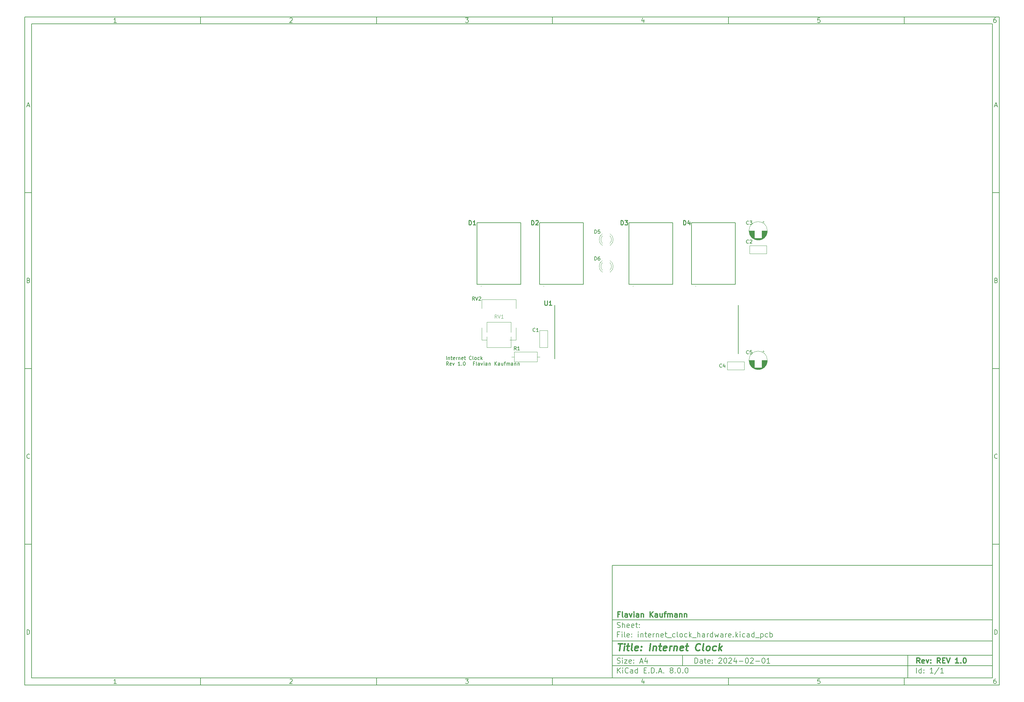
<source format=gbr>
%TF.GenerationSoftware,KiCad,Pcbnew,8.0.0*%
%TF.CreationDate,2024-02-29T15:31:37+01:00*%
%TF.ProjectId,internet_clock_hardware,696e7465-726e-4657-945f-636c6f636b5f,REV 1.0*%
%TF.SameCoordinates,Original*%
%TF.FileFunction,Legend,Top*%
%TF.FilePolarity,Positive*%
%FSLAX46Y46*%
G04 Gerber Fmt 4.6, Leading zero omitted, Abs format (unit mm)*
G04 Created by KiCad (PCBNEW 8.0.0) date 2024-02-29 15:31:37*
%MOMM*%
%LPD*%
G01*
G04 APERTURE LIST*
%ADD10C,0.100000*%
%ADD11C,0.150000*%
%ADD12C,0.300000*%
%ADD13C,0.400000*%
%ADD14C,0.125000*%
%ADD15C,0.254000*%
%ADD16C,0.120000*%
%ADD17C,0.200000*%
G04 APERTURE END LIST*
D10*
D11*
X177002200Y-166007200D02*
X285002200Y-166007200D01*
X285002200Y-198007200D01*
X177002200Y-198007200D01*
X177002200Y-166007200D01*
D10*
D11*
X10000000Y-10000000D02*
X287002200Y-10000000D01*
X287002200Y-200007200D01*
X10000000Y-200007200D01*
X10000000Y-10000000D01*
D10*
D11*
X12000000Y-12000000D02*
X285002200Y-12000000D01*
X285002200Y-198007200D01*
X12000000Y-198007200D01*
X12000000Y-12000000D01*
D10*
D11*
X60000000Y-12000000D02*
X60000000Y-10000000D01*
D10*
D11*
X110000000Y-12000000D02*
X110000000Y-10000000D01*
D10*
D11*
X160000000Y-12000000D02*
X160000000Y-10000000D01*
D10*
D11*
X210000000Y-12000000D02*
X210000000Y-10000000D01*
D10*
D11*
X260000000Y-12000000D02*
X260000000Y-10000000D01*
D10*
D11*
X36089160Y-11593604D02*
X35346303Y-11593604D01*
X35717731Y-11593604D02*
X35717731Y-10293604D01*
X35717731Y-10293604D02*
X35593922Y-10479319D01*
X35593922Y-10479319D02*
X35470112Y-10603128D01*
X35470112Y-10603128D02*
X35346303Y-10665033D01*
D10*
D11*
X85346303Y-10417414D02*
X85408207Y-10355509D01*
X85408207Y-10355509D02*
X85532017Y-10293604D01*
X85532017Y-10293604D02*
X85841541Y-10293604D01*
X85841541Y-10293604D02*
X85965350Y-10355509D01*
X85965350Y-10355509D02*
X86027255Y-10417414D01*
X86027255Y-10417414D02*
X86089160Y-10541223D01*
X86089160Y-10541223D02*
X86089160Y-10665033D01*
X86089160Y-10665033D02*
X86027255Y-10850747D01*
X86027255Y-10850747D02*
X85284398Y-11593604D01*
X85284398Y-11593604D02*
X86089160Y-11593604D01*
D10*
D11*
X135284398Y-10293604D02*
X136089160Y-10293604D01*
X136089160Y-10293604D02*
X135655826Y-10788842D01*
X135655826Y-10788842D02*
X135841541Y-10788842D01*
X135841541Y-10788842D02*
X135965350Y-10850747D01*
X135965350Y-10850747D02*
X136027255Y-10912652D01*
X136027255Y-10912652D02*
X136089160Y-11036461D01*
X136089160Y-11036461D02*
X136089160Y-11345985D01*
X136089160Y-11345985D02*
X136027255Y-11469795D01*
X136027255Y-11469795D02*
X135965350Y-11531700D01*
X135965350Y-11531700D02*
X135841541Y-11593604D01*
X135841541Y-11593604D02*
X135470112Y-11593604D01*
X135470112Y-11593604D02*
X135346303Y-11531700D01*
X135346303Y-11531700D02*
X135284398Y-11469795D01*
D10*
D11*
X185965350Y-10726938D02*
X185965350Y-11593604D01*
X185655826Y-10231700D02*
X185346303Y-11160271D01*
X185346303Y-11160271D02*
X186151064Y-11160271D01*
D10*
D11*
X236027255Y-10293604D02*
X235408207Y-10293604D01*
X235408207Y-10293604D02*
X235346303Y-10912652D01*
X235346303Y-10912652D02*
X235408207Y-10850747D01*
X235408207Y-10850747D02*
X235532017Y-10788842D01*
X235532017Y-10788842D02*
X235841541Y-10788842D01*
X235841541Y-10788842D02*
X235965350Y-10850747D01*
X235965350Y-10850747D02*
X236027255Y-10912652D01*
X236027255Y-10912652D02*
X236089160Y-11036461D01*
X236089160Y-11036461D02*
X236089160Y-11345985D01*
X236089160Y-11345985D02*
X236027255Y-11469795D01*
X236027255Y-11469795D02*
X235965350Y-11531700D01*
X235965350Y-11531700D02*
X235841541Y-11593604D01*
X235841541Y-11593604D02*
X235532017Y-11593604D01*
X235532017Y-11593604D02*
X235408207Y-11531700D01*
X235408207Y-11531700D02*
X235346303Y-11469795D01*
D10*
D11*
X285965350Y-10293604D02*
X285717731Y-10293604D01*
X285717731Y-10293604D02*
X285593922Y-10355509D01*
X285593922Y-10355509D02*
X285532017Y-10417414D01*
X285532017Y-10417414D02*
X285408207Y-10603128D01*
X285408207Y-10603128D02*
X285346303Y-10850747D01*
X285346303Y-10850747D02*
X285346303Y-11345985D01*
X285346303Y-11345985D02*
X285408207Y-11469795D01*
X285408207Y-11469795D02*
X285470112Y-11531700D01*
X285470112Y-11531700D02*
X285593922Y-11593604D01*
X285593922Y-11593604D02*
X285841541Y-11593604D01*
X285841541Y-11593604D02*
X285965350Y-11531700D01*
X285965350Y-11531700D02*
X286027255Y-11469795D01*
X286027255Y-11469795D02*
X286089160Y-11345985D01*
X286089160Y-11345985D02*
X286089160Y-11036461D01*
X286089160Y-11036461D02*
X286027255Y-10912652D01*
X286027255Y-10912652D02*
X285965350Y-10850747D01*
X285965350Y-10850747D02*
X285841541Y-10788842D01*
X285841541Y-10788842D02*
X285593922Y-10788842D01*
X285593922Y-10788842D02*
X285470112Y-10850747D01*
X285470112Y-10850747D02*
X285408207Y-10912652D01*
X285408207Y-10912652D02*
X285346303Y-11036461D01*
D10*
D11*
X60000000Y-198007200D02*
X60000000Y-200007200D01*
D10*
D11*
X110000000Y-198007200D02*
X110000000Y-200007200D01*
D10*
D11*
X160000000Y-198007200D02*
X160000000Y-200007200D01*
D10*
D11*
X210000000Y-198007200D02*
X210000000Y-200007200D01*
D10*
D11*
X260000000Y-198007200D02*
X260000000Y-200007200D01*
D10*
D11*
X36089160Y-199600804D02*
X35346303Y-199600804D01*
X35717731Y-199600804D02*
X35717731Y-198300804D01*
X35717731Y-198300804D02*
X35593922Y-198486519D01*
X35593922Y-198486519D02*
X35470112Y-198610328D01*
X35470112Y-198610328D02*
X35346303Y-198672233D01*
D10*
D11*
X85346303Y-198424614D02*
X85408207Y-198362709D01*
X85408207Y-198362709D02*
X85532017Y-198300804D01*
X85532017Y-198300804D02*
X85841541Y-198300804D01*
X85841541Y-198300804D02*
X85965350Y-198362709D01*
X85965350Y-198362709D02*
X86027255Y-198424614D01*
X86027255Y-198424614D02*
X86089160Y-198548423D01*
X86089160Y-198548423D02*
X86089160Y-198672233D01*
X86089160Y-198672233D02*
X86027255Y-198857947D01*
X86027255Y-198857947D02*
X85284398Y-199600804D01*
X85284398Y-199600804D02*
X86089160Y-199600804D01*
D10*
D11*
X135284398Y-198300804D02*
X136089160Y-198300804D01*
X136089160Y-198300804D02*
X135655826Y-198796042D01*
X135655826Y-198796042D02*
X135841541Y-198796042D01*
X135841541Y-198796042D02*
X135965350Y-198857947D01*
X135965350Y-198857947D02*
X136027255Y-198919852D01*
X136027255Y-198919852D02*
X136089160Y-199043661D01*
X136089160Y-199043661D02*
X136089160Y-199353185D01*
X136089160Y-199353185D02*
X136027255Y-199476995D01*
X136027255Y-199476995D02*
X135965350Y-199538900D01*
X135965350Y-199538900D02*
X135841541Y-199600804D01*
X135841541Y-199600804D02*
X135470112Y-199600804D01*
X135470112Y-199600804D02*
X135346303Y-199538900D01*
X135346303Y-199538900D02*
X135284398Y-199476995D01*
D10*
D11*
X185965350Y-198734138D02*
X185965350Y-199600804D01*
X185655826Y-198238900D02*
X185346303Y-199167471D01*
X185346303Y-199167471D02*
X186151064Y-199167471D01*
D10*
D11*
X236027255Y-198300804D02*
X235408207Y-198300804D01*
X235408207Y-198300804D02*
X235346303Y-198919852D01*
X235346303Y-198919852D02*
X235408207Y-198857947D01*
X235408207Y-198857947D02*
X235532017Y-198796042D01*
X235532017Y-198796042D02*
X235841541Y-198796042D01*
X235841541Y-198796042D02*
X235965350Y-198857947D01*
X235965350Y-198857947D02*
X236027255Y-198919852D01*
X236027255Y-198919852D02*
X236089160Y-199043661D01*
X236089160Y-199043661D02*
X236089160Y-199353185D01*
X236089160Y-199353185D02*
X236027255Y-199476995D01*
X236027255Y-199476995D02*
X235965350Y-199538900D01*
X235965350Y-199538900D02*
X235841541Y-199600804D01*
X235841541Y-199600804D02*
X235532017Y-199600804D01*
X235532017Y-199600804D02*
X235408207Y-199538900D01*
X235408207Y-199538900D02*
X235346303Y-199476995D01*
D10*
D11*
X285965350Y-198300804D02*
X285717731Y-198300804D01*
X285717731Y-198300804D02*
X285593922Y-198362709D01*
X285593922Y-198362709D02*
X285532017Y-198424614D01*
X285532017Y-198424614D02*
X285408207Y-198610328D01*
X285408207Y-198610328D02*
X285346303Y-198857947D01*
X285346303Y-198857947D02*
X285346303Y-199353185D01*
X285346303Y-199353185D02*
X285408207Y-199476995D01*
X285408207Y-199476995D02*
X285470112Y-199538900D01*
X285470112Y-199538900D02*
X285593922Y-199600804D01*
X285593922Y-199600804D02*
X285841541Y-199600804D01*
X285841541Y-199600804D02*
X285965350Y-199538900D01*
X285965350Y-199538900D02*
X286027255Y-199476995D01*
X286027255Y-199476995D02*
X286089160Y-199353185D01*
X286089160Y-199353185D02*
X286089160Y-199043661D01*
X286089160Y-199043661D02*
X286027255Y-198919852D01*
X286027255Y-198919852D02*
X285965350Y-198857947D01*
X285965350Y-198857947D02*
X285841541Y-198796042D01*
X285841541Y-198796042D02*
X285593922Y-198796042D01*
X285593922Y-198796042D02*
X285470112Y-198857947D01*
X285470112Y-198857947D02*
X285408207Y-198919852D01*
X285408207Y-198919852D02*
X285346303Y-199043661D01*
D10*
D11*
X10000000Y-60000000D02*
X12000000Y-60000000D01*
D10*
D11*
X10000000Y-110000000D02*
X12000000Y-110000000D01*
D10*
D11*
X10000000Y-160000000D02*
X12000000Y-160000000D01*
D10*
D11*
X10690476Y-35222176D02*
X11309523Y-35222176D01*
X10566666Y-35593604D02*
X10999999Y-34293604D01*
X10999999Y-34293604D02*
X11433333Y-35593604D01*
D10*
D11*
X11092857Y-84912652D02*
X11278571Y-84974557D01*
X11278571Y-84974557D02*
X11340476Y-85036461D01*
X11340476Y-85036461D02*
X11402380Y-85160271D01*
X11402380Y-85160271D02*
X11402380Y-85345985D01*
X11402380Y-85345985D02*
X11340476Y-85469795D01*
X11340476Y-85469795D02*
X11278571Y-85531700D01*
X11278571Y-85531700D02*
X11154761Y-85593604D01*
X11154761Y-85593604D02*
X10659523Y-85593604D01*
X10659523Y-85593604D02*
X10659523Y-84293604D01*
X10659523Y-84293604D02*
X11092857Y-84293604D01*
X11092857Y-84293604D02*
X11216666Y-84355509D01*
X11216666Y-84355509D02*
X11278571Y-84417414D01*
X11278571Y-84417414D02*
X11340476Y-84541223D01*
X11340476Y-84541223D02*
X11340476Y-84665033D01*
X11340476Y-84665033D02*
X11278571Y-84788842D01*
X11278571Y-84788842D02*
X11216666Y-84850747D01*
X11216666Y-84850747D02*
X11092857Y-84912652D01*
X11092857Y-84912652D02*
X10659523Y-84912652D01*
D10*
D11*
X11402380Y-135469795D02*
X11340476Y-135531700D01*
X11340476Y-135531700D02*
X11154761Y-135593604D01*
X11154761Y-135593604D02*
X11030952Y-135593604D01*
X11030952Y-135593604D02*
X10845238Y-135531700D01*
X10845238Y-135531700D02*
X10721428Y-135407890D01*
X10721428Y-135407890D02*
X10659523Y-135284080D01*
X10659523Y-135284080D02*
X10597619Y-135036461D01*
X10597619Y-135036461D02*
X10597619Y-134850747D01*
X10597619Y-134850747D02*
X10659523Y-134603128D01*
X10659523Y-134603128D02*
X10721428Y-134479319D01*
X10721428Y-134479319D02*
X10845238Y-134355509D01*
X10845238Y-134355509D02*
X11030952Y-134293604D01*
X11030952Y-134293604D02*
X11154761Y-134293604D01*
X11154761Y-134293604D02*
X11340476Y-134355509D01*
X11340476Y-134355509D02*
X11402380Y-134417414D01*
D10*
D11*
X10659523Y-185593604D02*
X10659523Y-184293604D01*
X10659523Y-184293604D02*
X10969047Y-184293604D01*
X10969047Y-184293604D02*
X11154761Y-184355509D01*
X11154761Y-184355509D02*
X11278571Y-184479319D01*
X11278571Y-184479319D02*
X11340476Y-184603128D01*
X11340476Y-184603128D02*
X11402380Y-184850747D01*
X11402380Y-184850747D02*
X11402380Y-185036461D01*
X11402380Y-185036461D02*
X11340476Y-185284080D01*
X11340476Y-185284080D02*
X11278571Y-185407890D01*
X11278571Y-185407890D02*
X11154761Y-185531700D01*
X11154761Y-185531700D02*
X10969047Y-185593604D01*
X10969047Y-185593604D02*
X10659523Y-185593604D01*
D10*
D11*
X287002200Y-60000000D02*
X285002200Y-60000000D01*
D10*
D11*
X287002200Y-110000000D02*
X285002200Y-110000000D01*
D10*
D11*
X287002200Y-160000000D02*
X285002200Y-160000000D01*
D10*
D11*
X285692676Y-35222176D02*
X286311723Y-35222176D01*
X285568866Y-35593604D02*
X286002199Y-34293604D01*
X286002199Y-34293604D02*
X286435533Y-35593604D01*
D10*
D11*
X286095057Y-84912652D02*
X286280771Y-84974557D01*
X286280771Y-84974557D02*
X286342676Y-85036461D01*
X286342676Y-85036461D02*
X286404580Y-85160271D01*
X286404580Y-85160271D02*
X286404580Y-85345985D01*
X286404580Y-85345985D02*
X286342676Y-85469795D01*
X286342676Y-85469795D02*
X286280771Y-85531700D01*
X286280771Y-85531700D02*
X286156961Y-85593604D01*
X286156961Y-85593604D02*
X285661723Y-85593604D01*
X285661723Y-85593604D02*
X285661723Y-84293604D01*
X285661723Y-84293604D02*
X286095057Y-84293604D01*
X286095057Y-84293604D02*
X286218866Y-84355509D01*
X286218866Y-84355509D02*
X286280771Y-84417414D01*
X286280771Y-84417414D02*
X286342676Y-84541223D01*
X286342676Y-84541223D02*
X286342676Y-84665033D01*
X286342676Y-84665033D02*
X286280771Y-84788842D01*
X286280771Y-84788842D02*
X286218866Y-84850747D01*
X286218866Y-84850747D02*
X286095057Y-84912652D01*
X286095057Y-84912652D02*
X285661723Y-84912652D01*
D10*
D11*
X286404580Y-135469795D02*
X286342676Y-135531700D01*
X286342676Y-135531700D02*
X286156961Y-135593604D01*
X286156961Y-135593604D02*
X286033152Y-135593604D01*
X286033152Y-135593604D02*
X285847438Y-135531700D01*
X285847438Y-135531700D02*
X285723628Y-135407890D01*
X285723628Y-135407890D02*
X285661723Y-135284080D01*
X285661723Y-135284080D02*
X285599819Y-135036461D01*
X285599819Y-135036461D02*
X285599819Y-134850747D01*
X285599819Y-134850747D02*
X285661723Y-134603128D01*
X285661723Y-134603128D02*
X285723628Y-134479319D01*
X285723628Y-134479319D02*
X285847438Y-134355509D01*
X285847438Y-134355509D02*
X286033152Y-134293604D01*
X286033152Y-134293604D02*
X286156961Y-134293604D01*
X286156961Y-134293604D02*
X286342676Y-134355509D01*
X286342676Y-134355509D02*
X286404580Y-134417414D01*
D10*
D11*
X285661723Y-185593604D02*
X285661723Y-184293604D01*
X285661723Y-184293604D02*
X285971247Y-184293604D01*
X285971247Y-184293604D02*
X286156961Y-184355509D01*
X286156961Y-184355509D02*
X286280771Y-184479319D01*
X286280771Y-184479319D02*
X286342676Y-184603128D01*
X286342676Y-184603128D02*
X286404580Y-184850747D01*
X286404580Y-184850747D02*
X286404580Y-185036461D01*
X286404580Y-185036461D02*
X286342676Y-185284080D01*
X286342676Y-185284080D02*
X286280771Y-185407890D01*
X286280771Y-185407890D02*
X286156961Y-185531700D01*
X286156961Y-185531700D02*
X285971247Y-185593604D01*
X285971247Y-185593604D02*
X285661723Y-185593604D01*
D10*
D11*
X200458026Y-193793328D02*
X200458026Y-192293328D01*
X200458026Y-192293328D02*
X200815169Y-192293328D01*
X200815169Y-192293328D02*
X201029455Y-192364757D01*
X201029455Y-192364757D02*
X201172312Y-192507614D01*
X201172312Y-192507614D02*
X201243741Y-192650471D01*
X201243741Y-192650471D02*
X201315169Y-192936185D01*
X201315169Y-192936185D02*
X201315169Y-193150471D01*
X201315169Y-193150471D02*
X201243741Y-193436185D01*
X201243741Y-193436185D02*
X201172312Y-193579042D01*
X201172312Y-193579042D02*
X201029455Y-193721900D01*
X201029455Y-193721900D02*
X200815169Y-193793328D01*
X200815169Y-193793328D02*
X200458026Y-193793328D01*
X202600884Y-193793328D02*
X202600884Y-193007614D01*
X202600884Y-193007614D02*
X202529455Y-192864757D01*
X202529455Y-192864757D02*
X202386598Y-192793328D01*
X202386598Y-192793328D02*
X202100884Y-192793328D01*
X202100884Y-192793328D02*
X201958026Y-192864757D01*
X202600884Y-193721900D02*
X202458026Y-193793328D01*
X202458026Y-193793328D02*
X202100884Y-193793328D01*
X202100884Y-193793328D02*
X201958026Y-193721900D01*
X201958026Y-193721900D02*
X201886598Y-193579042D01*
X201886598Y-193579042D02*
X201886598Y-193436185D01*
X201886598Y-193436185D02*
X201958026Y-193293328D01*
X201958026Y-193293328D02*
X202100884Y-193221900D01*
X202100884Y-193221900D02*
X202458026Y-193221900D01*
X202458026Y-193221900D02*
X202600884Y-193150471D01*
X203100884Y-192793328D02*
X203672312Y-192793328D01*
X203315169Y-192293328D02*
X203315169Y-193579042D01*
X203315169Y-193579042D02*
X203386598Y-193721900D01*
X203386598Y-193721900D02*
X203529455Y-193793328D01*
X203529455Y-193793328D02*
X203672312Y-193793328D01*
X204743741Y-193721900D02*
X204600884Y-193793328D01*
X204600884Y-193793328D02*
X204315170Y-193793328D01*
X204315170Y-193793328D02*
X204172312Y-193721900D01*
X204172312Y-193721900D02*
X204100884Y-193579042D01*
X204100884Y-193579042D02*
X204100884Y-193007614D01*
X204100884Y-193007614D02*
X204172312Y-192864757D01*
X204172312Y-192864757D02*
X204315170Y-192793328D01*
X204315170Y-192793328D02*
X204600884Y-192793328D01*
X204600884Y-192793328D02*
X204743741Y-192864757D01*
X204743741Y-192864757D02*
X204815170Y-193007614D01*
X204815170Y-193007614D02*
X204815170Y-193150471D01*
X204815170Y-193150471D02*
X204100884Y-193293328D01*
X205458026Y-193650471D02*
X205529455Y-193721900D01*
X205529455Y-193721900D02*
X205458026Y-193793328D01*
X205458026Y-193793328D02*
X205386598Y-193721900D01*
X205386598Y-193721900D02*
X205458026Y-193650471D01*
X205458026Y-193650471D02*
X205458026Y-193793328D01*
X205458026Y-192864757D02*
X205529455Y-192936185D01*
X205529455Y-192936185D02*
X205458026Y-193007614D01*
X205458026Y-193007614D02*
X205386598Y-192936185D01*
X205386598Y-192936185D02*
X205458026Y-192864757D01*
X205458026Y-192864757D02*
X205458026Y-193007614D01*
X207243741Y-192436185D02*
X207315169Y-192364757D01*
X207315169Y-192364757D02*
X207458027Y-192293328D01*
X207458027Y-192293328D02*
X207815169Y-192293328D01*
X207815169Y-192293328D02*
X207958027Y-192364757D01*
X207958027Y-192364757D02*
X208029455Y-192436185D01*
X208029455Y-192436185D02*
X208100884Y-192579042D01*
X208100884Y-192579042D02*
X208100884Y-192721900D01*
X208100884Y-192721900D02*
X208029455Y-192936185D01*
X208029455Y-192936185D02*
X207172312Y-193793328D01*
X207172312Y-193793328D02*
X208100884Y-193793328D01*
X209029455Y-192293328D02*
X209172312Y-192293328D01*
X209172312Y-192293328D02*
X209315169Y-192364757D01*
X209315169Y-192364757D02*
X209386598Y-192436185D01*
X209386598Y-192436185D02*
X209458026Y-192579042D01*
X209458026Y-192579042D02*
X209529455Y-192864757D01*
X209529455Y-192864757D02*
X209529455Y-193221900D01*
X209529455Y-193221900D02*
X209458026Y-193507614D01*
X209458026Y-193507614D02*
X209386598Y-193650471D01*
X209386598Y-193650471D02*
X209315169Y-193721900D01*
X209315169Y-193721900D02*
X209172312Y-193793328D01*
X209172312Y-193793328D02*
X209029455Y-193793328D01*
X209029455Y-193793328D02*
X208886598Y-193721900D01*
X208886598Y-193721900D02*
X208815169Y-193650471D01*
X208815169Y-193650471D02*
X208743740Y-193507614D01*
X208743740Y-193507614D02*
X208672312Y-193221900D01*
X208672312Y-193221900D02*
X208672312Y-192864757D01*
X208672312Y-192864757D02*
X208743740Y-192579042D01*
X208743740Y-192579042D02*
X208815169Y-192436185D01*
X208815169Y-192436185D02*
X208886598Y-192364757D01*
X208886598Y-192364757D02*
X209029455Y-192293328D01*
X210100883Y-192436185D02*
X210172311Y-192364757D01*
X210172311Y-192364757D02*
X210315169Y-192293328D01*
X210315169Y-192293328D02*
X210672311Y-192293328D01*
X210672311Y-192293328D02*
X210815169Y-192364757D01*
X210815169Y-192364757D02*
X210886597Y-192436185D01*
X210886597Y-192436185D02*
X210958026Y-192579042D01*
X210958026Y-192579042D02*
X210958026Y-192721900D01*
X210958026Y-192721900D02*
X210886597Y-192936185D01*
X210886597Y-192936185D02*
X210029454Y-193793328D01*
X210029454Y-193793328D02*
X210958026Y-193793328D01*
X212243740Y-192793328D02*
X212243740Y-193793328D01*
X211886597Y-192221900D02*
X211529454Y-193293328D01*
X211529454Y-193293328D02*
X212458025Y-193293328D01*
X213029453Y-193221900D02*
X214172311Y-193221900D01*
X215172311Y-192293328D02*
X215315168Y-192293328D01*
X215315168Y-192293328D02*
X215458025Y-192364757D01*
X215458025Y-192364757D02*
X215529454Y-192436185D01*
X215529454Y-192436185D02*
X215600882Y-192579042D01*
X215600882Y-192579042D02*
X215672311Y-192864757D01*
X215672311Y-192864757D02*
X215672311Y-193221900D01*
X215672311Y-193221900D02*
X215600882Y-193507614D01*
X215600882Y-193507614D02*
X215529454Y-193650471D01*
X215529454Y-193650471D02*
X215458025Y-193721900D01*
X215458025Y-193721900D02*
X215315168Y-193793328D01*
X215315168Y-193793328D02*
X215172311Y-193793328D01*
X215172311Y-193793328D02*
X215029454Y-193721900D01*
X215029454Y-193721900D02*
X214958025Y-193650471D01*
X214958025Y-193650471D02*
X214886596Y-193507614D01*
X214886596Y-193507614D02*
X214815168Y-193221900D01*
X214815168Y-193221900D02*
X214815168Y-192864757D01*
X214815168Y-192864757D02*
X214886596Y-192579042D01*
X214886596Y-192579042D02*
X214958025Y-192436185D01*
X214958025Y-192436185D02*
X215029454Y-192364757D01*
X215029454Y-192364757D02*
X215172311Y-192293328D01*
X216243739Y-192436185D02*
X216315167Y-192364757D01*
X216315167Y-192364757D02*
X216458025Y-192293328D01*
X216458025Y-192293328D02*
X216815167Y-192293328D01*
X216815167Y-192293328D02*
X216958025Y-192364757D01*
X216958025Y-192364757D02*
X217029453Y-192436185D01*
X217029453Y-192436185D02*
X217100882Y-192579042D01*
X217100882Y-192579042D02*
X217100882Y-192721900D01*
X217100882Y-192721900D02*
X217029453Y-192936185D01*
X217029453Y-192936185D02*
X216172310Y-193793328D01*
X216172310Y-193793328D02*
X217100882Y-193793328D01*
X217743738Y-193221900D02*
X218886596Y-193221900D01*
X219886596Y-192293328D02*
X220029453Y-192293328D01*
X220029453Y-192293328D02*
X220172310Y-192364757D01*
X220172310Y-192364757D02*
X220243739Y-192436185D01*
X220243739Y-192436185D02*
X220315167Y-192579042D01*
X220315167Y-192579042D02*
X220386596Y-192864757D01*
X220386596Y-192864757D02*
X220386596Y-193221900D01*
X220386596Y-193221900D02*
X220315167Y-193507614D01*
X220315167Y-193507614D02*
X220243739Y-193650471D01*
X220243739Y-193650471D02*
X220172310Y-193721900D01*
X220172310Y-193721900D02*
X220029453Y-193793328D01*
X220029453Y-193793328D02*
X219886596Y-193793328D01*
X219886596Y-193793328D02*
X219743739Y-193721900D01*
X219743739Y-193721900D02*
X219672310Y-193650471D01*
X219672310Y-193650471D02*
X219600881Y-193507614D01*
X219600881Y-193507614D02*
X219529453Y-193221900D01*
X219529453Y-193221900D02*
X219529453Y-192864757D01*
X219529453Y-192864757D02*
X219600881Y-192579042D01*
X219600881Y-192579042D02*
X219672310Y-192436185D01*
X219672310Y-192436185D02*
X219743739Y-192364757D01*
X219743739Y-192364757D02*
X219886596Y-192293328D01*
X221815167Y-193793328D02*
X220958024Y-193793328D01*
X221386595Y-193793328D02*
X221386595Y-192293328D01*
X221386595Y-192293328D02*
X221243738Y-192507614D01*
X221243738Y-192507614D02*
X221100881Y-192650471D01*
X221100881Y-192650471D02*
X220958024Y-192721900D01*
D10*
D11*
X177002200Y-194507200D02*
X285002200Y-194507200D01*
D10*
D11*
X178458026Y-196593328D02*
X178458026Y-195093328D01*
X179315169Y-196593328D02*
X178672312Y-195736185D01*
X179315169Y-195093328D02*
X178458026Y-195950471D01*
X179958026Y-196593328D02*
X179958026Y-195593328D01*
X179958026Y-195093328D02*
X179886598Y-195164757D01*
X179886598Y-195164757D02*
X179958026Y-195236185D01*
X179958026Y-195236185D02*
X180029455Y-195164757D01*
X180029455Y-195164757D02*
X179958026Y-195093328D01*
X179958026Y-195093328D02*
X179958026Y-195236185D01*
X181529455Y-196450471D02*
X181458027Y-196521900D01*
X181458027Y-196521900D02*
X181243741Y-196593328D01*
X181243741Y-196593328D02*
X181100884Y-196593328D01*
X181100884Y-196593328D02*
X180886598Y-196521900D01*
X180886598Y-196521900D02*
X180743741Y-196379042D01*
X180743741Y-196379042D02*
X180672312Y-196236185D01*
X180672312Y-196236185D02*
X180600884Y-195950471D01*
X180600884Y-195950471D02*
X180600884Y-195736185D01*
X180600884Y-195736185D02*
X180672312Y-195450471D01*
X180672312Y-195450471D02*
X180743741Y-195307614D01*
X180743741Y-195307614D02*
X180886598Y-195164757D01*
X180886598Y-195164757D02*
X181100884Y-195093328D01*
X181100884Y-195093328D02*
X181243741Y-195093328D01*
X181243741Y-195093328D02*
X181458027Y-195164757D01*
X181458027Y-195164757D02*
X181529455Y-195236185D01*
X182815170Y-196593328D02*
X182815170Y-195807614D01*
X182815170Y-195807614D02*
X182743741Y-195664757D01*
X182743741Y-195664757D02*
X182600884Y-195593328D01*
X182600884Y-195593328D02*
X182315170Y-195593328D01*
X182315170Y-195593328D02*
X182172312Y-195664757D01*
X182815170Y-196521900D02*
X182672312Y-196593328D01*
X182672312Y-196593328D02*
X182315170Y-196593328D01*
X182315170Y-196593328D02*
X182172312Y-196521900D01*
X182172312Y-196521900D02*
X182100884Y-196379042D01*
X182100884Y-196379042D02*
X182100884Y-196236185D01*
X182100884Y-196236185D02*
X182172312Y-196093328D01*
X182172312Y-196093328D02*
X182315170Y-196021900D01*
X182315170Y-196021900D02*
X182672312Y-196021900D01*
X182672312Y-196021900D02*
X182815170Y-195950471D01*
X184172313Y-196593328D02*
X184172313Y-195093328D01*
X184172313Y-196521900D02*
X184029455Y-196593328D01*
X184029455Y-196593328D02*
X183743741Y-196593328D01*
X183743741Y-196593328D02*
X183600884Y-196521900D01*
X183600884Y-196521900D02*
X183529455Y-196450471D01*
X183529455Y-196450471D02*
X183458027Y-196307614D01*
X183458027Y-196307614D02*
X183458027Y-195879042D01*
X183458027Y-195879042D02*
X183529455Y-195736185D01*
X183529455Y-195736185D02*
X183600884Y-195664757D01*
X183600884Y-195664757D02*
X183743741Y-195593328D01*
X183743741Y-195593328D02*
X184029455Y-195593328D01*
X184029455Y-195593328D02*
X184172313Y-195664757D01*
X186029455Y-195807614D02*
X186529455Y-195807614D01*
X186743741Y-196593328D02*
X186029455Y-196593328D01*
X186029455Y-196593328D02*
X186029455Y-195093328D01*
X186029455Y-195093328D02*
X186743741Y-195093328D01*
X187386598Y-196450471D02*
X187458027Y-196521900D01*
X187458027Y-196521900D02*
X187386598Y-196593328D01*
X187386598Y-196593328D02*
X187315170Y-196521900D01*
X187315170Y-196521900D02*
X187386598Y-196450471D01*
X187386598Y-196450471D02*
X187386598Y-196593328D01*
X188100884Y-196593328D02*
X188100884Y-195093328D01*
X188100884Y-195093328D02*
X188458027Y-195093328D01*
X188458027Y-195093328D02*
X188672313Y-195164757D01*
X188672313Y-195164757D02*
X188815170Y-195307614D01*
X188815170Y-195307614D02*
X188886599Y-195450471D01*
X188886599Y-195450471D02*
X188958027Y-195736185D01*
X188958027Y-195736185D02*
X188958027Y-195950471D01*
X188958027Y-195950471D02*
X188886599Y-196236185D01*
X188886599Y-196236185D02*
X188815170Y-196379042D01*
X188815170Y-196379042D02*
X188672313Y-196521900D01*
X188672313Y-196521900D02*
X188458027Y-196593328D01*
X188458027Y-196593328D02*
X188100884Y-196593328D01*
X189600884Y-196450471D02*
X189672313Y-196521900D01*
X189672313Y-196521900D02*
X189600884Y-196593328D01*
X189600884Y-196593328D02*
X189529456Y-196521900D01*
X189529456Y-196521900D02*
X189600884Y-196450471D01*
X189600884Y-196450471D02*
X189600884Y-196593328D01*
X190243742Y-196164757D02*
X190958028Y-196164757D01*
X190100885Y-196593328D02*
X190600885Y-195093328D01*
X190600885Y-195093328D02*
X191100885Y-196593328D01*
X191600884Y-196450471D02*
X191672313Y-196521900D01*
X191672313Y-196521900D02*
X191600884Y-196593328D01*
X191600884Y-196593328D02*
X191529456Y-196521900D01*
X191529456Y-196521900D02*
X191600884Y-196450471D01*
X191600884Y-196450471D02*
X191600884Y-196593328D01*
X193672313Y-195736185D02*
X193529456Y-195664757D01*
X193529456Y-195664757D02*
X193458027Y-195593328D01*
X193458027Y-195593328D02*
X193386599Y-195450471D01*
X193386599Y-195450471D02*
X193386599Y-195379042D01*
X193386599Y-195379042D02*
X193458027Y-195236185D01*
X193458027Y-195236185D02*
X193529456Y-195164757D01*
X193529456Y-195164757D02*
X193672313Y-195093328D01*
X193672313Y-195093328D02*
X193958027Y-195093328D01*
X193958027Y-195093328D02*
X194100885Y-195164757D01*
X194100885Y-195164757D02*
X194172313Y-195236185D01*
X194172313Y-195236185D02*
X194243742Y-195379042D01*
X194243742Y-195379042D02*
X194243742Y-195450471D01*
X194243742Y-195450471D02*
X194172313Y-195593328D01*
X194172313Y-195593328D02*
X194100885Y-195664757D01*
X194100885Y-195664757D02*
X193958027Y-195736185D01*
X193958027Y-195736185D02*
X193672313Y-195736185D01*
X193672313Y-195736185D02*
X193529456Y-195807614D01*
X193529456Y-195807614D02*
X193458027Y-195879042D01*
X193458027Y-195879042D02*
X193386599Y-196021900D01*
X193386599Y-196021900D02*
X193386599Y-196307614D01*
X193386599Y-196307614D02*
X193458027Y-196450471D01*
X193458027Y-196450471D02*
X193529456Y-196521900D01*
X193529456Y-196521900D02*
X193672313Y-196593328D01*
X193672313Y-196593328D02*
X193958027Y-196593328D01*
X193958027Y-196593328D02*
X194100885Y-196521900D01*
X194100885Y-196521900D02*
X194172313Y-196450471D01*
X194172313Y-196450471D02*
X194243742Y-196307614D01*
X194243742Y-196307614D02*
X194243742Y-196021900D01*
X194243742Y-196021900D02*
X194172313Y-195879042D01*
X194172313Y-195879042D02*
X194100885Y-195807614D01*
X194100885Y-195807614D02*
X193958027Y-195736185D01*
X194886598Y-196450471D02*
X194958027Y-196521900D01*
X194958027Y-196521900D02*
X194886598Y-196593328D01*
X194886598Y-196593328D02*
X194815170Y-196521900D01*
X194815170Y-196521900D02*
X194886598Y-196450471D01*
X194886598Y-196450471D02*
X194886598Y-196593328D01*
X195886599Y-195093328D02*
X196029456Y-195093328D01*
X196029456Y-195093328D02*
X196172313Y-195164757D01*
X196172313Y-195164757D02*
X196243742Y-195236185D01*
X196243742Y-195236185D02*
X196315170Y-195379042D01*
X196315170Y-195379042D02*
X196386599Y-195664757D01*
X196386599Y-195664757D02*
X196386599Y-196021900D01*
X196386599Y-196021900D02*
X196315170Y-196307614D01*
X196315170Y-196307614D02*
X196243742Y-196450471D01*
X196243742Y-196450471D02*
X196172313Y-196521900D01*
X196172313Y-196521900D02*
X196029456Y-196593328D01*
X196029456Y-196593328D02*
X195886599Y-196593328D01*
X195886599Y-196593328D02*
X195743742Y-196521900D01*
X195743742Y-196521900D02*
X195672313Y-196450471D01*
X195672313Y-196450471D02*
X195600884Y-196307614D01*
X195600884Y-196307614D02*
X195529456Y-196021900D01*
X195529456Y-196021900D02*
X195529456Y-195664757D01*
X195529456Y-195664757D02*
X195600884Y-195379042D01*
X195600884Y-195379042D02*
X195672313Y-195236185D01*
X195672313Y-195236185D02*
X195743742Y-195164757D01*
X195743742Y-195164757D02*
X195886599Y-195093328D01*
X197029455Y-196450471D02*
X197100884Y-196521900D01*
X197100884Y-196521900D02*
X197029455Y-196593328D01*
X197029455Y-196593328D02*
X196958027Y-196521900D01*
X196958027Y-196521900D02*
X197029455Y-196450471D01*
X197029455Y-196450471D02*
X197029455Y-196593328D01*
X198029456Y-195093328D02*
X198172313Y-195093328D01*
X198172313Y-195093328D02*
X198315170Y-195164757D01*
X198315170Y-195164757D02*
X198386599Y-195236185D01*
X198386599Y-195236185D02*
X198458027Y-195379042D01*
X198458027Y-195379042D02*
X198529456Y-195664757D01*
X198529456Y-195664757D02*
X198529456Y-196021900D01*
X198529456Y-196021900D02*
X198458027Y-196307614D01*
X198458027Y-196307614D02*
X198386599Y-196450471D01*
X198386599Y-196450471D02*
X198315170Y-196521900D01*
X198315170Y-196521900D02*
X198172313Y-196593328D01*
X198172313Y-196593328D02*
X198029456Y-196593328D01*
X198029456Y-196593328D02*
X197886599Y-196521900D01*
X197886599Y-196521900D02*
X197815170Y-196450471D01*
X197815170Y-196450471D02*
X197743741Y-196307614D01*
X197743741Y-196307614D02*
X197672313Y-196021900D01*
X197672313Y-196021900D02*
X197672313Y-195664757D01*
X197672313Y-195664757D02*
X197743741Y-195379042D01*
X197743741Y-195379042D02*
X197815170Y-195236185D01*
X197815170Y-195236185D02*
X197886599Y-195164757D01*
X197886599Y-195164757D02*
X198029456Y-195093328D01*
D10*
D11*
X177002200Y-191507200D02*
X285002200Y-191507200D01*
D10*
D12*
X264413853Y-193785528D02*
X263913853Y-193071242D01*
X263556710Y-193785528D02*
X263556710Y-192285528D01*
X263556710Y-192285528D02*
X264128139Y-192285528D01*
X264128139Y-192285528D02*
X264270996Y-192356957D01*
X264270996Y-192356957D02*
X264342425Y-192428385D01*
X264342425Y-192428385D02*
X264413853Y-192571242D01*
X264413853Y-192571242D02*
X264413853Y-192785528D01*
X264413853Y-192785528D02*
X264342425Y-192928385D01*
X264342425Y-192928385D02*
X264270996Y-192999814D01*
X264270996Y-192999814D02*
X264128139Y-193071242D01*
X264128139Y-193071242D02*
X263556710Y-193071242D01*
X265628139Y-193714100D02*
X265485282Y-193785528D01*
X265485282Y-193785528D02*
X265199568Y-193785528D01*
X265199568Y-193785528D02*
X265056710Y-193714100D01*
X265056710Y-193714100D02*
X264985282Y-193571242D01*
X264985282Y-193571242D02*
X264985282Y-192999814D01*
X264985282Y-192999814D02*
X265056710Y-192856957D01*
X265056710Y-192856957D02*
X265199568Y-192785528D01*
X265199568Y-192785528D02*
X265485282Y-192785528D01*
X265485282Y-192785528D02*
X265628139Y-192856957D01*
X265628139Y-192856957D02*
X265699568Y-192999814D01*
X265699568Y-192999814D02*
X265699568Y-193142671D01*
X265699568Y-193142671D02*
X264985282Y-193285528D01*
X266199567Y-192785528D02*
X266556710Y-193785528D01*
X266556710Y-193785528D02*
X266913853Y-192785528D01*
X267485281Y-193642671D02*
X267556710Y-193714100D01*
X267556710Y-193714100D02*
X267485281Y-193785528D01*
X267485281Y-193785528D02*
X267413853Y-193714100D01*
X267413853Y-193714100D02*
X267485281Y-193642671D01*
X267485281Y-193642671D02*
X267485281Y-193785528D01*
X267485281Y-192856957D02*
X267556710Y-192928385D01*
X267556710Y-192928385D02*
X267485281Y-192999814D01*
X267485281Y-192999814D02*
X267413853Y-192928385D01*
X267413853Y-192928385D02*
X267485281Y-192856957D01*
X267485281Y-192856957D02*
X267485281Y-192999814D01*
X270199567Y-193785528D02*
X269699567Y-193071242D01*
X269342424Y-193785528D02*
X269342424Y-192285528D01*
X269342424Y-192285528D02*
X269913853Y-192285528D01*
X269913853Y-192285528D02*
X270056710Y-192356957D01*
X270056710Y-192356957D02*
X270128139Y-192428385D01*
X270128139Y-192428385D02*
X270199567Y-192571242D01*
X270199567Y-192571242D02*
X270199567Y-192785528D01*
X270199567Y-192785528D02*
X270128139Y-192928385D01*
X270128139Y-192928385D02*
X270056710Y-192999814D01*
X270056710Y-192999814D02*
X269913853Y-193071242D01*
X269913853Y-193071242D02*
X269342424Y-193071242D01*
X270842424Y-192999814D02*
X271342424Y-192999814D01*
X271556710Y-193785528D02*
X270842424Y-193785528D01*
X270842424Y-193785528D02*
X270842424Y-192285528D01*
X270842424Y-192285528D02*
X271556710Y-192285528D01*
X271985282Y-192285528D02*
X272485282Y-193785528D01*
X272485282Y-193785528D02*
X272985282Y-192285528D01*
X275413853Y-193785528D02*
X274556710Y-193785528D01*
X274985281Y-193785528D02*
X274985281Y-192285528D01*
X274985281Y-192285528D02*
X274842424Y-192499814D01*
X274842424Y-192499814D02*
X274699567Y-192642671D01*
X274699567Y-192642671D02*
X274556710Y-192714100D01*
X276056709Y-193642671D02*
X276128138Y-193714100D01*
X276128138Y-193714100D02*
X276056709Y-193785528D01*
X276056709Y-193785528D02*
X275985281Y-193714100D01*
X275985281Y-193714100D02*
X276056709Y-193642671D01*
X276056709Y-193642671D02*
X276056709Y-193785528D01*
X277056710Y-192285528D02*
X277199567Y-192285528D01*
X277199567Y-192285528D02*
X277342424Y-192356957D01*
X277342424Y-192356957D02*
X277413853Y-192428385D01*
X277413853Y-192428385D02*
X277485281Y-192571242D01*
X277485281Y-192571242D02*
X277556710Y-192856957D01*
X277556710Y-192856957D02*
X277556710Y-193214100D01*
X277556710Y-193214100D02*
X277485281Y-193499814D01*
X277485281Y-193499814D02*
X277413853Y-193642671D01*
X277413853Y-193642671D02*
X277342424Y-193714100D01*
X277342424Y-193714100D02*
X277199567Y-193785528D01*
X277199567Y-193785528D02*
X277056710Y-193785528D01*
X277056710Y-193785528D02*
X276913853Y-193714100D01*
X276913853Y-193714100D02*
X276842424Y-193642671D01*
X276842424Y-193642671D02*
X276770995Y-193499814D01*
X276770995Y-193499814D02*
X276699567Y-193214100D01*
X276699567Y-193214100D02*
X276699567Y-192856957D01*
X276699567Y-192856957D02*
X276770995Y-192571242D01*
X276770995Y-192571242D02*
X276842424Y-192428385D01*
X276842424Y-192428385D02*
X276913853Y-192356957D01*
X276913853Y-192356957D02*
X277056710Y-192285528D01*
D10*
D11*
X178386598Y-193721900D02*
X178600884Y-193793328D01*
X178600884Y-193793328D02*
X178958026Y-193793328D01*
X178958026Y-193793328D02*
X179100884Y-193721900D01*
X179100884Y-193721900D02*
X179172312Y-193650471D01*
X179172312Y-193650471D02*
X179243741Y-193507614D01*
X179243741Y-193507614D02*
X179243741Y-193364757D01*
X179243741Y-193364757D02*
X179172312Y-193221900D01*
X179172312Y-193221900D02*
X179100884Y-193150471D01*
X179100884Y-193150471D02*
X178958026Y-193079042D01*
X178958026Y-193079042D02*
X178672312Y-193007614D01*
X178672312Y-193007614D02*
X178529455Y-192936185D01*
X178529455Y-192936185D02*
X178458026Y-192864757D01*
X178458026Y-192864757D02*
X178386598Y-192721900D01*
X178386598Y-192721900D02*
X178386598Y-192579042D01*
X178386598Y-192579042D02*
X178458026Y-192436185D01*
X178458026Y-192436185D02*
X178529455Y-192364757D01*
X178529455Y-192364757D02*
X178672312Y-192293328D01*
X178672312Y-192293328D02*
X179029455Y-192293328D01*
X179029455Y-192293328D02*
X179243741Y-192364757D01*
X179886597Y-193793328D02*
X179886597Y-192793328D01*
X179886597Y-192293328D02*
X179815169Y-192364757D01*
X179815169Y-192364757D02*
X179886597Y-192436185D01*
X179886597Y-192436185D02*
X179958026Y-192364757D01*
X179958026Y-192364757D02*
X179886597Y-192293328D01*
X179886597Y-192293328D02*
X179886597Y-192436185D01*
X180458026Y-192793328D02*
X181243741Y-192793328D01*
X181243741Y-192793328D02*
X180458026Y-193793328D01*
X180458026Y-193793328D02*
X181243741Y-193793328D01*
X182386598Y-193721900D02*
X182243741Y-193793328D01*
X182243741Y-193793328D02*
X181958027Y-193793328D01*
X181958027Y-193793328D02*
X181815169Y-193721900D01*
X181815169Y-193721900D02*
X181743741Y-193579042D01*
X181743741Y-193579042D02*
X181743741Y-193007614D01*
X181743741Y-193007614D02*
X181815169Y-192864757D01*
X181815169Y-192864757D02*
X181958027Y-192793328D01*
X181958027Y-192793328D02*
X182243741Y-192793328D01*
X182243741Y-192793328D02*
X182386598Y-192864757D01*
X182386598Y-192864757D02*
X182458027Y-193007614D01*
X182458027Y-193007614D02*
X182458027Y-193150471D01*
X182458027Y-193150471D02*
X181743741Y-193293328D01*
X183100883Y-193650471D02*
X183172312Y-193721900D01*
X183172312Y-193721900D02*
X183100883Y-193793328D01*
X183100883Y-193793328D02*
X183029455Y-193721900D01*
X183029455Y-193721900D02*
X183100883Y-193650471D01*
X183100883Y-193650471D02*
X183100883Y-193793328D01*
X183100883Y-192864757D02*
X183172312Y-192936185D01*
X183172312Y-192936185D02*
X183100883Y-193007614D01*
X183100883Y-193007614D02*
X183029455Y-192936185D01*
X183029455Y-192936185D02*
X183100883Y-192864757D01*
X183100883Y-192864757D02*
X183100883Y-193007614D01*
X184886598Y-193364757D02*
X185600884Y-193364757D01*
X184743741Y-193793328D02*
X185243741Y-192293328D01*
X185243741Y-192293328D02*
X185743741Y-193793328D01*
X186886598Y-192793328D02*
X186886598Y-193793328D01*
X186529455Y-192221900D02*
X186172312Y-193293328D01*
X186172312Y-193293328D02*
X187100883Y-193293328D01*
D10*
D11*
X263458026Y-196593328D02*
X263458026Y-195093328D01*
X264815170Y-196593328D02*
X264815170Y-195093328D01*
X264815170Y-196521900D02*
X264672312Y-196593328D01*
X264672312Y-196593328D02*
X264386598Y-196593328D01*
X264386598Y-196593328D02*
X264243741Y-196521900D01*
X264243741Y-196521900D02*
X264172312Y-196450471D01*
X264172312Y-196450471D02*
X264100884Y-196307614D01*
X264100884Y-196307614D02*
X264100884Y-195879042D01*
X264100884Y-195879042D02*
X264172312Y-195736185D01*
X264172312Y-195736185D02*
X264243741Y-195664757D01*
X264243741Y-195664757D02*
X264386598Y-195593328D01*
X264386598Y-195593328D02*
X264672312Y-195593328D01*
X264672312Y-195593328D02*
X264815170Y-195664757D01*
X265529455Y-196450471D02*
X265600884Y-196521900D01*
X265600884Y-196521900D02*
X265529455Y-196593328D01*
X265529455Y-196593328D02*
X265458027Y-196521900D01*
X265458027Y-196521900D02*
X265529455Y-196450471D01*
X265529455Y-196450471D02*
X265529455Y-196593328D01*
X265529455Y-195664757D02*
X265600884Y-195736185D01*
X265600884Y-195736185D02*
X265529455Y-195807614D01*
X265529455Y-195807614D02*
X265458027Y-195736185D01*
X265458027Y-195736185D02*
X265529455Y-195664757D01*
X265529455Y-195664757D02*
X265529455Y-195807614D01*
X268172313Y-196593328D02*
X267315170Y-196593328D01*
X267743741Y-196593328D02*
X267743741Y-195093328D01*
X267743741Y-195093328D02*
X267600884Y-195307614D01*
X267600884Y-195307614D02*
X267458027Y-195450471D01*
X267458027Y-195450471D02*
X267315170Y-195521900D01*
X269886598Y-195021900D02*
X268600884Y-196950471D01*
X271172313Y-196593328D02*
X270315170Y-196593328D01*
X270743741Y-196593328D02*
X270743741Y-195093328D01*
X270743741Y-195093328D02*
X270600884Y-195307614D01*
X270600884Y-195307614D02*
X270458027Y-195450471D01*
X270458027Y-195450471D02*
X270315170Y-195521900D01*
D10*
D11*
X177002200Y-187507200D02*
X285002200Y-187507200D01*
D10*
D13*
X178693928Y-188211638D02*
X179836785Y-188211638D01*
X179015357Y-190211638D02*
X179265357Y-188211638D01*
X180253452Y-190211638D02*
X180420119Y-188878304D01*
X180503452Y-188211638D02*
X180396309Y-188306876D01*
X180396309Y-188306876D02*
X180479643Y-188402114D01*
X180479643Y-188402114D02*
X180586786Y-188306876D01*
X180586786Y-188306876D02*
X180503452Y-188211638D01*
X180503452Y-188211638D02*
X180479643Y-188402114D01*
X181086786Y-188878304D02*
X181848690Y-188878304D01*
X181455833Y-188211638D02*
X181241548Y-189925923D01*
X181241548Y-189925923D02*
X181312976Y-190116400D01*
X181312976Y-190116400D02*
X181491548Y-190211638D01*
X181491548Y-190211638D02*
X181682024Y-190211638D01*
X182634405Y-190211638D02*
X182455833Y-190116400D01*
X182455833Y-190116400D02*
X182384405Y-189925923D01*
X182384405Y-189925923D02*
X182598690Y-188211638D01*
X184170119Y-190116400D02*
X183967738Y-190211638D01*
X183967738Y-190211638D02*
X183586785Y-190211638D01*
X183586785Y-190211638D02*
X183408214Y-190116400D01*
X183408214Y-190116400D02*
X183336785Y-189925923D01*
X183336785Y-189925923D02*
X183432024Y-189164019D01*
X183432024Y-189164019D02*
X183551071Y-188973542D01*
X183551071Y-188973542D02*
X183753452Y-188878304D01*
X183753452Y-188878304D02*
X184134404Y-188878304D01*
X184134404Y-188878304D02*
X184312976Y-188973542D01*
X184312976Y-188973542D02*
X184384404Y-189164019D01*
X184384404Y-189164019D02*
X184360595Y-189354495D01*
X184360595Y-189354495D02*
X183384404Y-189544971D01*
X185134405Y-190021161D02*
X185217738Y-190116400D01*
X185217738Y-190116400D02*
X185110595Y-190211638D01*
X185110595Y-190211638D02*
X185027262Y-190116400D01*
X185027262Y-190116400D02*
X185134405Y-190021161D01*
X185134405Y-190021161D02*
X185110595Y-190211638D01*
X185265357Y-188973542D02*
X185348690Y-189068780D01*
X185348690Y-189068780D02*
X185241548Y-189164019D01*
X185241548Y-189164019D02*
X185158214Y-189068780D01*
X185158214Y-189068780D02*
X185265357Y-188973542D01*
X185265357Y-188973542D02*
X185241548Y-189164019D01*
X187586786Y-190211638D02*
X187836786Y-188211638D01*
X188705834Y-188878304D02*
X188539167Y-190211638D01*
X188682024Y-189068780D02*
X188789167Y-188973542D01*
X188789167Y-188973542D02*
X188991548Y-188878304D01*
X188991548Y-188878304D02*
X189277262Y-188878304D01*
X189277262Y-188878304D02*
X189455834Y-188973542D01*
X189455834Y-188973542D02*
X189527262Y-189164019D01*
X189527262Y-189164019D02*
X189396310Y-190211638D01*
X190229644Y-188878304D02*
X190991548Y-188878304D01*
X190598691Y-188211638D02*
X190384406Y-189925923D01*
X190384406Y-189925923D02*
X190455834Y-190116400D01*
X190455834Y-190116400D02*
X190634406Y-190211638D01*
X190634406Y-190211638D02*
X190824882Y-190211638D01*
X192265358Y-190116400D02*
X192062977Y-190211638D01*
X192062977Y-190211638D02*
X191682024Y-190211638D01*
X191682024Y-190211638D02*
X191503453Y-190116400D01*
X191503453Y-190116400D02*
X191432024Y-189925923D01*
X191432024Y-189925923D02*
X191527263Y-189164019D01*
X191527263Y-189164019D02*
X191646310Y-188973542D01*
X191646310Y-188973542D02*
X191848691Y-188878304D01*
X191848691Y-188878304D02*
X192229643Y-188878304D01*
X192229643Y-188878304D02*
X192408215Y-188973542D01*
X192408215Y-188973542D02*
X192479643Y-189164019D01*
X192479643Y-189164019D02*
X192455834Y-189354495D01*
X192455834Y-189354495D02*
X191479643Y-189544971D01*
X193205834Y-190211638D02*
X193372501Y-188878304D01*
X193324882Y-189259257D02*
X193443929Y-189068780D01*
X193443929Y-189068780D02*
X193551072Y-188973542D01*
X193551072Y-188973542D02*
X193753453Y-188878304D01*
X193753453Y-188878304D02*
X193943929Y-188878304D01*
X194610596Y-188878304D02*
X194443929Y-190211638D01*
X194586786Y-189068780D02*
X194693929Y-188973542D01*
X194693929Y-188973542D02*
X194896310Y-188878304D01*
X194896310Y-188878304D02*
X195182024Y-188878304D01*
X195182024Y-188878304D02*
X195360596Y-188973542D01*
X195360596Y-188973542D02*
X195432024Y-189164019D01*
X195432024Y-189164019D02*
X195301072Y-190211638D01*
X197027263Y-190116400D02*
X196824882Y-190211638D01*
X196824882Y-190211638D02*
X196443929Y-190211638D01*
X196443929Y-190211638D02*
X196265358Y-190116400D01*
X196265358Y-190116400D02*
X196193929Y-189925923D01*
X196193929Y-189925923D02*
X196289168Y-189164019D01*
X196289168Y-189164019D02*
X196408215Y-188973542D01*
X196408215Y-188973542D02*
X196610596Y-188878304D01*
X196610596Y-188878304D02*
X196991548Y-188878304D01*
X196991548Y-188878304D02*
X197170120Y-188973542D01*
X197170120Y-188973542D02*
X197241548Y-189164019D01*
X197241548Y-189164019D02*
X197217739Y-189354495D01*
X197217739Y-189354495D02*
X196241548Y-189544971D01*
X197848692Y-188878304D02*
X198610596Y-188878304D01*
X198217739Y-188211638D02*
X198003454Y-189925923D01*
X198003454Y-189925923D02*
X198074882Y-190116400D01*
X198074882Y-190116400D02*
X198253454Y-190211638D01*
X198253454Y-190211638D02*
X198443930Y-190211638D01*
X201801073Y-190021161D02*
X201693930Y-190116400D01*
X201693930Y-190116400D02*
X201396311Y-190211638D01*
X201396311Y-190211638D02*
X201205835Y-190211638D01*
X201205835Y-190211638D02*
X200932025Y-190116400D01*
X200932025Y-190116400D02*
X200765359Y-189925923D01*
X200765359Y-189925923D02*
X200693930Y-189735447D01*
X200693930Y-189735447D02*
X200646311Y-189354495D01*
X200646311Y-189354495D02*
X200682025Y-189068780D01*
X200682025Y-189068780D02*
X200824882Y-188687828D01*
X200824882Y-188687828D02*
X200943930Y-188497352D01*
X200943930Y-188497352D02*
X201158216Y-188306876D01*
X201158216Y-188306876D02*
X201455835Y-188211638D01*
X201455835Y-188211638D02*
X201646311Y-188211638D01*
X201646311Y-188211638D02*
X201920121Y-188306876D01*
X201920121Y-188306876D02*
X202003454Y-188402114D01*
X202920121Y-190211638D02*
X202741549Y-190116400D01*
X202741549Y-190116400D02*
X202670121Y-189925923D01*
X202670121Y-189925923D02*
X202884406Y-188211638D01*
X203967740Y-190211638D02*
X203789168Y-190116400D01*
X203789168Y-190116400D02*
X203705835Y-190021161D01*
X203705835Y-190021161D02*
X203634406Y-189830685D01*
X203634406Y-189830685D02*
X203705835Y-189259257D01*
X203705835Y-189259257D02*
X203824882Y-189068780D01*
X203824882Y-189068780D02*
X203932025Y-188973542D01*
X203932025Y-188973542D02*
X204134406Y-188878304D01*
X204134406Y-188878304D02*
X204420120Y-188878304D01*
X204420120Y-188878304D02*
X204598692Y-188973542D01*
X204598692Y-188973542D02*
X204682025Y-189068780D01*
X204682025Y-189068780D02*
X204753454Y-189259257D01*
X204753454Y-189259257D02*
X204682025Y-189830685D01*
X204682025Y-189830685D02*
X204562978Y-190021161D01*
X204562978Y-190021161D02*
X204455835Y-190116400D01*
X204455835Y-190116400D02*
X204253454Y-190211638D01*
X204253454Y-190211638D02*
X203967740Y-190211638D01*
X206360597Y-190116400D02*
X206158216Y-190211638D01*
X206158216Y-190211638D02*
X205777264Y-190211638D01*
X205777264Y-190211638D02*
X205598692Y-190116400D01*
X205598692Y-190116400D02*
X205515359Y-190021161D01*
X205515359Y-190021161D02*
X205443930Y-189830685D01*
X205443930Y-189830685D02*
X205515359Y-189259257D01*
X205515359Y-189259257D02*
X205634406Y-189068780D01*
X205634406Y-189068780D02*
X205741549Y-188973542D01*
X205741549Y-188973542D02*
X205943930Y-188878304D01*
X205943930Y-188878304D02*
X206324883Y-188878304D01*
X206324883Y-188878304D02*
X206503454Y-188973542D01*
X207205835Y-190211638D02*
X207455835Y-188211638D01*
X207491550Y-189449733D02*
X207967740Y-190211638D01*
X208134407Y-188878304D02*
X207277264Y-189640209D01*
D10*
D11*
X178958026Y-185607614D02*
X178458026Y-185607614D01*
X178458026Y-186393328D02*
X178458026Y-184893328D01*
X178458026Y-184893328D02*
X179172312Y-184893328D01*
X179743740Y-186393328D02*
X179743740Y-185393328D01*
X179743740Y-184893328D02*
X179672312Y-184964757D01*
X179672312Y-184964757D02*
X179743740Y-185036185D01*
X179743740Y-185036185D02*
X179815169Y-184964757D01*
X179815169Y-184964757D02*
X179743740Y-184893328D01*
X179743740Y-184893328D02*
X179743740Y-185036185D01*
X180672312Y-186393328D02*
X180529455Y-186321900D01*
X180529455Y-186321900D02*
X180458026Y-186179042D01*
X180458026Y-186179042D02*
X180458026Y-184893328D01*
X181815169Y-186321900D02*
X181672312Y-186393328D01*
X181672312Y-186393328D02*
X181386598Y-186393328D01*
X181386598Y-186393328D02*
X181243740Y-186321900D01*
X181243740Y-186321900D02*
X181172312Y-186179042D01*
X181172312Y-186179042D02*
X181172312Y-185607614D01*
X181172312Y-185607614D02*
X181243740Y-185464757D01*
X181243740Y-185464757D02*
X181386598Y-185393328D01*
X181386598Y-185393328D02*
X181672312Y-185393328D01*
X181672312Y-185393328D02*
X181815169Y-185464757D01*
X181815169Y-185464757D02*
X181886598Y-185607614D01*
X181886598Y-185607614D02*
X181886598Y-185750471D01*
X181886598Y-185750471D02*
X181172312Y-185893328D01*
X182529454Y-186250471D02*
X182600883Y-186321900D01*
X182600883Y-186321900D02*
X182529454Y-186393328D01*
X182529454Y-186393328D02*
X182458026Y-186321900D01*
X182458026Y-186321900D02*
X182529454Y-186250471D01*
X182529454Y-186250471D02*
X182529454Y-186393328D01*
X182529454Y-185464757D02*
X182600883Y-185536185D01*
X182600883Y-185536185D02*
X182529454Y-185607614D01*
X182529454Y-185607614D02*
X182458026Y-185536185D01*
X182458026Y-185536185D02*
X182529454Y-185464757D01*
X182529454Y-185464757D02*
X182529454Y-185607614D01*
X184386597Y-186393328D02*
X184386597Y-185393328D01*
X184386597Y-184893328D02*
X184315169Y-184964757D01*
X184315169Y-184964757D02*
X184386597Y-185036185D01*
X184386597Y-185036185D02*
X184458026Y-184964757D01*
X184458026Y-184964757D02*
X184386597Y-184893328D01*
X184386597Y-184893328D02*
X184386597Y-185036185D01*
X185100883Y-185393328D02*
X185100883Y-186393328D01*
X185100883Y-185536185D02*
X185172312Y-185464757D01*
X185172312Y-185464757D02*
X185315169Y-185393328D01*
X185315169Y-185393328D02*
X185529455Y-185393328D01*
X185529455Y-185393328D02*
X185672312Y-185464757D01*
X185672312Y-185464757D02*
X185743741Y-185607614D01*
X185743741Y-185607614D02*
X185743741Y-186393328D01*
X186243741Y-185393328D02*
X186815169Y-185393328D01*
X186458026Y-184893328D02*
X186458026Y-186179042D01*
X186458026Y-186179042D02*
X186529455Y-186321900D01*
X186529455Y-186321900D02*
X186672312Y-186393328D01*
X186672312Y-186393328D02*
X186815169Y-186393328D01*
X187886598Y-186321900D02*
X187743741Y-186393328D01*
X187743741Y-186393328D02*
X187458027Y-186393328D01*
X187458027Y-186393328D02*
X187315169Y-186321900D01*
X187315169Y-186321900D02*
X187243741Y-186179042D01*
X187243741Y-186179042D02*
X187243741Y-185607614D01*
X187243741Y-185607614D02*
X187315169Y-185464757D01*
X187315169Y-185464757D02*
X187458027Y-185393328D01*
X187458027Y-185393328D02*
X187743741Y-185393328D01*
X187743741Y-185393328D02*
X187886598Y-185464757D01*
X187886598Y-185464757D02*
X187958027Y-185607614D01*
X187958027Y-185607614D02*
X187958027Y-185750471D01*
X187958027Y-185750471D02*
X187243741Y-185893328D01*
X188600883Y-186393328D02*
X188600883Y-185393328D01*
X188600883Y-185679042D02*
X188672312Y-185536185D01*
X188672312Y-185536185D02*
X188743741Y-185464757D01*
X188743741Y-185464757D02*
X188886598Y-185393328D01*
X188886598Y-185393328D02*
X189029455Y-185393328D01*
X189529454Y-185393328D02*
X189529454Y-186393328D01*
X189529454Y-185536185D02*
X189600883Y-185464757D01*
X189600883Y-185464757D02*
X189743740Y-185393328D01*
X189743740Y-185393328D02*
X189958026Y-185393328D01*
X189958026Y-185393328D02*
X190100883Y-185464757D01*
X190100883Y-185464757D02*
X190172312Y-185607614D01*
X190172312Y-185607614D02*
X190172312Y-186393328D01*
X191458026Y-186321900D02*
X191315169Y-186393328D01*
X191315169Y-186393328D02*
X191029455Y-186393328D01*
X191029455Y-186393328D02*
X190886597Y-186321900D01*
X190886597Y-186321900D02*
X190815169Y-186179042D01*
X190815169Y-186179042D02*
X190815169Y-185607614D01*
X190815169Y-185607614D02*
X190886597Y-185464757D01*
X190886597Y-185464757D02*
X191029455Y-185393328D01*
X191029455Y-185393328D02*
X191315169Y-185393328D01*
X191315169Y-185393328D02*
X191458026Y-185464757D01*
X191458026Y-185464757D02*
X191529455Y-185607614D01*
X191529455Y-185607614D02*
X191529455Y-185750471D01*
X191529455Y-185750471D02*
X190815169Y-185893328D01*
X191958026Y-185393328D02*
X192529454Y-185393328D01*
X192172311Y-184893328D02*
X192172311Y-186179042D01*
X192172311Y-186179042D02*
X192243740Y-186321900D01*
X192243740Y-186321900D02*
X192386597Y-186393328D01*
X192386597Y-186393328D02*
X192529454Y-186393328D01*
X192672312Y-186536185D02*
X193815169Y-186536185D01*
X194815169Y-186321900D02*
X194672311Y-186393328D01*
X194672311Y-186393328D02*
X194386597Y-186393328D01*
X194386597Y-186393328D02*
X194243740Y-186321900D01*
X194243740Y-186321900D02*
X194172311Y-186250471D01*
X194172311Y-186250471D02*
X194100883Y-186107614D01*
X194100883Y-186107614D02*
X194100883Y-185679042D01*
X194100883Y-185679042D02*
X194172311Y-185536185D01*
X194172311Y-185536185D02*
X194243740Y-185464757D01*
X194243740Y-185464757D02*
X194386597Y-185393328D01*
X194386597Y-185393328D02*
X194672311Y-185393328D01*
X194672311Y-185393328D02*
X194815169Y-185464757D01*
X195672311Y-186393328D02*
X195529454Y-186321900D01*
X195529454Y-186321900D02*
X195458025Y-186179042D01*
X195458025Y-186179042D02*
X195458025Y-184893328D01*
X196458025Y-186393328D02*
X196315168Y-186321900D01*
X196315168Y-186321900D02*
X196243739Y-186250471D01*
X196243739Y-186250471D02*
X196172311Y-186107614D01*
X196172311Y-186107614D02*
X196172311Y-185679042D01*
X196172311Y-185679042D02*
X196243739Y-185536185D01*
X196243739Y-185536185D02*
X196315168Y-185464757D01*
X196315168Y-185464757D02*
X196458025Y-185393328D01*
X196458025Y-185393328D02*
X196672311Y-185393328D01*
X196672311Y-185393328D02*
X196815168Y-185464757D01*
X196815168Y-185464757D02*
X196886597Y-185536185D01*
X196886597Y-185536185D02*
X196958025Y-185679042D01*
X196958025Y-185679042D02*
X196958025Y-186107614D01*
X196958025Y-186107614D02*
X196886597Y-186250471D01*
X196886597Y-186250471D02*
X196815168Y-186321900D01*
X196815168Y-186321900D02*
X196672311Y-186393328D01*
X196672311Y-186393328D02*
X196458025Y-186393328D01*
X198243740Y-186321900D02*
X198100882Y-186393328D01*
X198100882Y-186393328D02*
X197815168Y-186393328D01*
X197815168Y-186393328D02*
X197672311Y-186321900D01*
X197672311Y-186321900D02*
X197600882Y-186250471D01*
X197600882Y-186250471D02*
X197529454Y-186107614D01*
X197529454Y-186107614D02*
X197529454Y-185679042D01*
X197529454Y-185679042D02*
X197600882Y-185536185D01*
X197600882Y-185536185D02*
X197672311Y-185464757D01*
X197672311Y-185464757D02*
X197815168Y-185393328D01*
X197815168Y-185393328D02*
X198100882Y-185393328D01*
X198100882Y-185393328D02*
X198243740Y-185464757D01*
X198886596Y-186393328D02*
X198886596Y-184893328D01*
X199029454Y-185821900D02*
X199458025Y-186393328D01*
X199458025Y-185393328D02*
X198886596Y-185964757D01*
X199743740Y-186536185D02*
X200886597Y-186536185D01*
X201243739Y-186393328D02*
X201243739Y-184893328D01*
X201886597Y-186393328D02*
X201886597Y-185607614D01*
X201886597Y-185607614D02*
X201815168Y-185464757D01*
X201815168Y-185464757D02*
X201672311Y-185393328D01*
X201672311Y-185393328D02*
X201458025Y-185393328D01*
X201458025Y-185393328D02*
X201315168Y-185464757D01*
X201315168Y-185464757D02*
X201243739Y-185536185D01*
X203243740Y-186393328D02*
X203243740Y-185607614D01*
X203243740Y-185607614D02*
X203172311Y-185464757D01*
X203172311Y-185464757D02*
X203029454Y-185393328D01*
X203029454Y-185393328D02*
X202743740Y-185393328D01*
X202743740Y-185393328D02*
X202600882Y-185464757D01*
X203243740Y-186321900D02*
X203100882Y-186393328D01*
X203100882Y-186393328D02*
X202743740Y-186393328D01*
X202743740Y-186393328D02*
X202600882Y-186321900D01*
X202600882Y-186321900D02*
X202529454Y-186179042D01*
X202529454Y-186179042D02*
X202529454Y-186036185D01*
X202529454Y-186036185D02*
X202600882Y-185893328D01*
X202600882Y-185893328D02*
X202743740Y-185821900D01*
X202743740Y-185821900D02*
X203100882Y-185821900D01*
X203100882Y-185821900D02*
X203243740Y-185750471D01*
X203958025Y-186393328D02*
X203958025Y-185393328D01*
X203958025Y-185679042D02*
X204029454Y-185536185D01*
X204029454Y-185536185D02*
X204100883Y-185464757D01*
X204100883Y-185464757D02*
X204243740Y-185393328D01*
X204243740Y-185393328D02*
X204386597Y-185393328D01*
X205529454Y-186393328D02*
X205529454Y-184893328D01*
X205529454Y-186321900D02*
X205386596Y-186393328D01*
X205386596Y-186393328D02*
X205100882Y-186393328D01*
X205100882Y-186393328D02*
X204958025Y-186321900D01*
X204958025Y-186321900D02*
X204886596Y-186250471D01*
X204886596Y-186250471D02*
X204815168Y-186107614D01*
X204815168Y-186107614D02*
X204815168Y-185679042D01*
X204815168Y-185679042D02*
X204886596Y-185536185D01*
X204886596Y-185536185D02*
X204958025Y-185464757D01*
X204958025Y-185464757D02*
X205100882Y-185393328D01*
X205100882Y-185393328D02*
X205386596Y-185393328D01*
X205386596Y-185393328D02*
X205529454Y-185464757D01*
X206100882Y-185393328D02*
X206386597Y-186393328D01*
X206386597Y-186393328D02*
X206672311Y-185679042D01*
X206672311Y-185679042D02*
X206958025Y-186393328D01*
X206958025Y-186393328D02*
X207243739Y-185393328D01*
X208458026Y-186393328D02*
X208458026Y-185607614D01*
X208458026Y-185607614D02*
X208386597Y-185464757D01*
X208386597Y-185464757D02*
X208243740Y-185393328D01*
X208243740Y-185393328D02*
X207958026Y-185393328D01*
X207958026Y-185393328D02*
X207815168Y-185464757D01*
X208458026Y-186321900D02*
X208315168Y-186393328D01*
X208315168Y-186393328D02*
X207958026Y-186393328D01*
X207958026Y-186393328D02*
X207815168Y-186321900D01*
X207815168Y-186321900D02*
X207743740Y-186179042D01*
X207743740Y-186179042D02*
X207743740Y-186036185D01*
X207743740Y-186036185D02*
X207815168Y-185893328D01*
X207815168Y-185893328D02*
X207958026Y-185821900D01*
X207958026Y-185821900D02*
X208315168Y-185821900D01*
X208315168Y-185821900D02*
X208458026Y-185750471D01*
X209172311Y-186393328D02*
X209172311Y-185393328D01*
X209172311Y-185679042D02*
X209243740Y-185536185D01*
X209243740Y-185536185D02*
X209315169Y-185464757D01*
X209315169Y-185464757D02*
X209458026Y-185393328D01*
X209458026Y-185393328D02*
X209600883Y-185393328D01*
X210672311Y-186321900D02*
X210529454Y-186393328D01*
X210529454Y-186393328D02*
X210243740Y-186393328D01*
X210243740Y-186393328D02*
X210100882Y-186321900D01*
X210100882Y-186321900D02*
X210029454Y-186179042D01*
X210029454Y-186179042D02*
X210029454Y-185607614D01*
X210029454Y-185607614D02*
X210100882Y-185464757D01*
X210100882Y-185464757D02*
X210243740Y-185393328D01*
X210243740Y-185393328D02*
X210529454Y-185393328D01*
X210529454Y-185393328D02*
X210672311Y-185464757D01*
X210672311Y-185464757D02*
X210743740Y-185607614D01*
X210743740Y-185607614D02*
X210743740Y-185750471D01*
X210743740Y-185750471D02*
X210029454Y-185893328D01*
X211386596Y-186250471D02*
X211458025Y-186321900D01*
X211458025Y-186321900D02*
X211386596Y-186393328D01*
X211386596Y-186393328D02*
X211315168Y-186321900D01*
X211315168Y-186321900D02*
X211386596Y-186250471D01*
X211386596Y-186250471D02*
X211386596Y-186393328D01*
X212100882Y-186393328D02*
X212100882Y-184893328D01*
X212243740Y-185821900D02*
X212672311Y-186393328D01*
X212672311Y-185393328D02*
X212100882Y-185964757D01*
X213315168Y-186393328D02*
X213315168Y-185393328D01*
X213315168Y-184893328D02*
X213243740Y-184964757D01*
X213243740Y-184964757D02*
X213315168Y-185036185D01*
X213315168Y-185036185D02*
X213386597Y-184964757D01*
X213386597Y-184964757D02*
X213315168Y-184893328D01*
X213315168Y-184893328D02*
X213315168Y-185036185D01*
X214672312Y-186321900D02*
X214529454Y-186393328D01*
X214529454Y-186393328D02*
X214243740Y-186393328D01*
X214243740Y-186393328D02*
X214100883Y-186321900D01*
X214100883Y-186321900D02*
X214029454Y-186250471D01*
X214029454Y-186250471D02*
X213958026Y-186107614D01*
X213958026Y-186107614D02*
X213958026Y-185679042D01*
X213958026Y-185679042D02*
X214029454Y-185536185D01*
X214029454Y-185536185D02*
X214100883Y-185464757D01*
X214100883Y-185464757D02*
X214243740Y-185393328D01*
X214243740Y-185393328D02*
X214529454Y-185393328D01*
X214529454Y-185393328D02*
X214672312Y-185464757D01*
X215958026Y-186393328D02*
X215958026Y-185607614D01*
X215958026Y-185607614D02*
X215886597Y-185464757D01*
X215886597Y-185464757D02*
X215743740Y-185393328D01*
X215743740Y-185393328D02*
X215458026Y-185393328D01*
X215458026Y-185393328D02*
X215315168Y-185464757D01*
X215958026Y-186321900D02*
X215815168Y-186393328D01*
X215815168Y-186393328D02*
X215458026Y-186393328D01*
X215458026Y-186393328D02*
X215315168Y-186321900D01*
X215315168Y-186321900D02*
X215243740Y-186179042D01*
X215243740Y-186179042D02*
X215243740Y-186036185D01*
X215243740Y-186036185D02*
X215315168Y-185893328D01*
X215315168Y-185893328D02*
X215458026Y-185821900D01*
X215458026Y-185821900D02*
X215815168Y-185821900D01*
X215815168Y-185821900D02*
X215958026Y-185750471D01*
X217315169Y-186393328D02*
X217315169Y-184893328D01*
X217315169Y-186321900D02*
X217172311Y-186393328D01*
X217172311Y-186393328D02*
X216886597Y-186393328D01*
X216886597Y-186393328D02*
X216743740Y-186321900D01*
X216743740Y-186321900D02*
X216672311Y-186250471D01*
X216672311Y-186250471D02*
X216600883Y-186107614D01*
X216600883Y-186107614D02*
X216600883Y-185679042D01*
X216600883Y-185679042D02*
X216672311Y-185536185D01*
X216672311Y-185536185D02*
X216743740Y-185464757D01*
X216743740Y-185464757D02*
X216886597Y-185393328D01*
X216886597Y-185393328D02*
X217172311Y-185393328D01*
X217172311Y-185393328D02*
X217315169Y-185464757D01*
X217672312Y-186536185D02*
X218815169Y-186536185D01*
X219172311Y-185393328D02*
X219172311Y-186893328D01*
X219172311Y-185464757D02*
X219315169Y-185393328D01*
X219315169Y-185393328D02*
X219600883Y-185393328D01*
X219600883Y-185393328D02*
X219743740Y-185464757D01*
X219743740Y-185464757D02*
X219815169Y-185536185D01*
X219815169Y-185536185D02*
X219886597Y-185679042D01*
X219886597Y-185679042D02*
X219886597Y-186107614D01*
X219886597Y-186107614D02*
X219815169Y-186250471D01*
X219815169Y-186250471D02*
X219743740Y-186321900D01*
X219743740Y-186321900D02*
X219600883Y-186393328D01*
X219600883Y-186393328D02*
X219315169Y-186393328D01*
X219315169Y-186393328D02*
X219172311Y-186321900D01*
X221172312Y-186321900D02*
X221029454Y-186393328D01*
X221029454Y-186393328D02*
X220743740Y-186393328D01*
X220743740Y-186393328D02*
X220600883Y-186321900D01*
X220600883Y-186321900D02*
X220529454Y-186250471D01*
X220529454Y-186250471D02*
X220458026Y-186107614D01*
X220458026Y-186107614D02*
X220458026Y-185679042D01*
X220458026Y-185679042D02*
X220529454Y-185536185D01*
X220529454Y-185536185D02*
X220600883Y-185464757D01*
X220600883Y-185464757D02*
X220743740Y-185393328D01*
X220743740Y-185393328D02*
X221029454Y-185393328D01*
X221029454Y-185393328D02*
X221172312Y-185464757D01*
X221815168Y-186393328D02*
X221815168Y-184893328D01*
X221815168Y-185464757D02*
X221958026Y-185393328D01*
X221958026Y-185393328D02*
X222243740Y-185393328D01*
X222243740Y-185393328D02*
X222386597Y-185464757D01*
X222386597Y-185464757D02*
X222458026Y-185536185D01*
X222458026Y-185536185D02*
X222529454Y-185679042D01*
X222529454Y-185679042D02*
X222529454Y-186107614D01*
X222529454Y-186107614D02*
X222458026Y-186250471D01*
X222458026Y-186250471D02*
X222386597Y-186321900D01*
X222386597Y-186321900D02*
X222243740Y-186393328D01*
X222243740Y-186393328D02*
X221958026Y-186393328D01*
X221958026Y-186393328D02*
X221815168Y-186321900D01*
D10*
D11*
X177002200Y-181507200D02*
X285002200Y-181507200D01*
D10*
D11*
X178386598Y-183621900D02*
X178600884Y-183693328D01*
X178600884Y-183693328D02*
X178958026Y-183693328D01*
X178958026Y-183693328D02*
X179100884Y-183621900D01*
X179100884Y-183621900D02*
X179172312Y-183550471D01*
X179172312Y-183550471D02*
X179243741Y-183407614D01*
X179243741Y-183407614D02*
X179243741Y-183264757D01*
X179243741Y-183264757D02*
X179172312Y-183121900D01*
X179172312Y-183121900D02*
X179100884Y-183050471D01*
X179100884Y-183050471D02*
X178958026Y-182979042D01*
X178958026Y-182979042D02*
X178672312Y-182907614D01*
X178672312Y-182907614D02*
X178529455Y-182836185D01*
X178529455Y-182836185D02*
X178458026Y-182764757D01*
X178458026Y-182764757D02*
X178386598Y-182621900D01*
X178386598Y-182621900D02*
X178386598Y-182479042D01*
X178386598Y-182479042D02*
X178458026Y-182336185D01*
X178458026Y-182336185D02*
X178529455Y-182264757D01*
X178529455Y-182264757D02*
X178672312Y-182193328D01*
X178672312Y-182193328D02*
X179029455Y-182193328D01*
X179029455Y-182193328D02*
X179243741Y-182264757D01*
X179886597Y-183693328D02*
X179886597Y-182193328D01*
X180529455Y-183693328D02*
X180529455Y-182907614D01*
X180529455Y-182907614D02*
X180458026Y-182764757D01*
X180458026Y-182764757D02*
X180315169Y-182693328D01*
X180315169Y-182693328D02*
X180100883Y-182693328D01*
X180100883Y-182693328D02*
X179958026Y-182764757D01*
X179958026Y-182764757D02*
X179886597Y-182836185D01*
X181815169Y-183621900D02*
X181672312Y-183693328D01*
X181672312Y-183693328D02*
X181386598Y-183693328D01*
X181386598Y-183693328D02*
X181243740Y-183621900D01*
X181243740Y-183621900D02*
X181172312Y-183479042D01*
X181172312Y-183479042D02*
X181172312Y-182907614D01*
X181172312Y-182907614D02*
X181243740Y-182764757D01*
X181243740Y-182764757D02*
X181386598Y-182693328D01*
X181386598Y-182693328D02*
X181672312Y-182693328D01*
X181672312Y-182693328D02*
X181815169Y-182764757D01*
X181815169Y-182764757D02*
X181886598Y-182907614D01*
X181886598Y-182907614D02*
X181886598Y-183050471D01*
X181886598Y-183050471D02*
X181172312Y-183193328D01*
X183100883Y-183621900D02*
X182958026Y-183693328D01*
X182958026Y-183693328D02*
X182672312Y-183693328D01*
X182672312Y-183693328D02*
X182529454Y-183621900D01*
X182529454Y-183621900D02*
X182458026Y-183479042D01*
X182458026Y-183479042D02*
X182458026Y-182907614D01*
X182458026Y-182907614D02*
X182529454Y-182764757D01*
X182529454Y-182764757D02*
X182672312Y-182693328D01*
X182672312Y-182693328D02*
X182958026Y-182693328D01*
X182958026Y-182693328D02*
X183100883Y-182764757D01*
X183100883Y-182764757D02*
X183172312Y-182907614D01*
X183172312Y-182907614D02*
X183172312Y-183050471D01*
X183172312Y-183050471D02*
X182458026Y-183193328D01*
X183600883Y-182693328D02*
X184172311Y-182693328D01*
X183815168Y-182193328D02*
X183815168Y-183479042D01*
X183815168Y-183479042D02*
X183886597Y-183621900D01*
X183886597Y-183621900D02*
X184029454Y-183693328D01*
X184029454Y-183693328D02*
X184172311Y-183693328D01*
X184672311Y-183550471D02*
X184743740Y-183621900D01*
X184743740Y-183621900D02*
X184672311Y-183693328D01*
X184672311Y-183693328D02*
X184600883Y-183621900D01*
X184600883Y-183621900D02*
X184672311Y-183550471D01*
X184672311Y-183550471D02*
X184672311Y-183693328D01*
X184672311Y-182764757D02*
X184743740Y-182836185D01*
X184743740Y-182836185D02*
X184672311Y-182907614D01*
X184672311Y-182907614D02*
X184600883Y-182836185D01*
X184600883Y-182836185D02*
X184672311Y-182764757D01*
X184672311Y-182764757D02*
X184672311Y-182907614D01*
D10*
D12*
X179056710Y-179899814D02*
X178556710Y-179899814D01*
X178556710Y-180685528D02*
X178556710Y-179185528D01*
X178556710Y-179185528D02*
X179270996Y-179185528D01*
X180056710Y-180685528D02*
X179913853Y-180614100D01*
X179913853Y-180614100D02*
X179842424Y-180471242D01*
X179842424Y-180471242D02*
X179842424Y-179185528D01*
X181270996Y-180685528D02*
X181270996Y-179899814D01*
X181270996Y-179899814D02*
X181199567Y-179756957D01*
X181199567Y-179756957D02*
X181056710Y-179685528D01*
X181056710Y-179685528D02*
X180770996Y-179685528D01*
X180770996Y-179685528D02*
X180628138Y-179756957D01*
X181270996Y-180614100D02*
X181128138Y-180685528D01*
X181128138Y-180685528D02*
X180770996Y-180685528D01*
X180770996Y-180685528D02*
X180628138Y-180614100D01*
X180628138Y-180614100D02*
X180556710Y-180471242D01*
X180556710Y-180471242D02*
X180556710Y-180328385D01*
X180556710Y-180328385D02*
X180628138Y-180185528D01*
X180628138Y-180185528D02*
X180770996Y-180114100D01*
X180770996Y-180114100D02*
X181128138Y-180114100D01*
X181128138Y-180114100D02*
X181270996Y-180042671D01*
X181842424Y-179685528D02*
X182199567Y-180685528D01*
X182199567Y-180685528D02*
X182556710Y-179685528D01*
X183128138Y-180685528D02*
X183128138Y-179685528D01*
X183128138Y-179185528D02*
X183056710Y-179256957D01*
X183056710Y-179256957D02*
X183128138Y-179328385D01*
X183128138Y-179328385D02*
X183199567Y-179256957D01*
X183199567Y-179256957D02*
X183128138Y-179185528D01*
X183128138Y-179185528D02*
X183128138Y-179328385D01*
X184485282Y-180685528D02*
X184485282Y-179899814D01*
X184485282Y-179899814D02*
X184413853Y-179756957D01*
X184413853Y-179756957D02*
X184270996Y-179685528D01*
X184270996Y-179685528D02*
X183985282Y-179685528D01*
X183985282Y-179685528D02*
X183842424Y-179756957D01*
X184485282Y-180614100D02*
X184342424Y-180685528D01*
X184342424Y-180685528D02*
X183985282Y-180685528D01*
X183985282Y-180685528D02*
X183842424Y-180614100D01*
X183842424Y-180614100D02*
X183770996Y-180471242D01*
X183770996Y-180471242D02*
X183770996Y-180328385D01*
X183770996Y-180328385D02*
X183842424Y-180185528D01*
X183842424Y-180185528D02*
X183985282Y-180114100D01*
X183985282Y-180114100D02*
X184342424Y-180114100D01*
X184342424Y-180114100D02*
X184485282Y-180042671D01*
X185199567Y-179685528D02*
X185199567Y-180685528D01*
X185199567Y-179828385D02*
X185270996Y-179756957D01*
X185270996Y-179756957D02*
X185413853Y-179685528D01*
X185413853Y-179685528D02*
X185628139Y-179685528D01*
X185628139Y-179685528D02*
X185770996Y-179756957D01*
X185770996Y-179756957D02*
X185842425Y-179899814D01*
X185842425Y-179899814D02*
X185842425Y-180685528D01*
X187699567Y-180685528D02*
X187699567Y-179185528D01*
X188556710Y-180685528D02*
X187913853Y-179828385D01*
X188556710Y-179185528D02*
X187699567Y-180042671D01*
X189842425Y-180685528D02*
X189842425Y-179899814D01*
X189842425Y-179899814D02*
X189770996Y-179756957D01*
X189770996Y-179756957D02*
X189628139Y-179685528D01*
X189628139Y-179685528D02*
X189342425Y-179685528D01*
X189342425Y-179685528D02*
X189199567Y-179756957D01*
X189842425Y-180614100D02*
X189699567Y-180685528D01*
X189699567Y-180685528D02*
X189342425Y-180685528D01*
X189342425Y-180685528D02*
X189199567Y-180614100D01*
X189199567Y-180614100D02*
X189128139Y-180471242D01*
X189128139Y-180471242D02*
X189128139Y-180328385D01*
X189128139Y-180328385D02*
X189199567Y-180185528D01*
X189199567Y-180185528D02*
X189342425Y-180114100D01*
X189342425Y-180114100D02*
X189699567Y-180114100D01*
X189699567Y-180114100D02*
X189842425Y-180042671D01*
X191199568Y-179685528D02*
X191199568Y-180685528D01*
X190556710Y-179685528D02*
X190556710Y-180471242D01*
X190556710Y-180471242D02*
X190628139Y-180614100D01*
X190628139Y-180614100D02*
X190770996Y-180685528D01*
X190770996Y-180685528D02*
X190985282Y-180685528D01*
X190985282Y-180685528D02*
X191128139Y-180614100D01*
X191128139Y-180614100D02*
X191199568Y-180542671D01*
X191699568Y-179685528D02*
X192270996Y-179685528D01*
X191913853Y-180685528D02*
X191913853Y-179399814D01*
X191913853Y-179399814D02*
X191985282Y-179256957D01*
X191985282Y-179256957D02*
X192128139Y-179185528D01*
X192128139Y-179185528D02*
X192270996Y-179185528D01*
X192770996Y-180685528D02*
X192770996Y-179685528D01*
X192770996Y-179828385D02*
X192842425Y-179756957D01*
X192842425Y-179756957D02*
X192985282Y-179685528D01*
X192985282Y-179685528D02*
X193199568Y-179685528D01*
X193199568Y-179685528D02*
X193342425Y-179756957D01*
X193342425Y-179756957D02*
X193413854Y-179899814D01*
X193413854Y-179899814D02*
X193413854Y-180685528D01*
X193413854Y-179899814D02*
X193485282Y-179756957D01*
X193485282Y-179756957D02*
X193628139Y-179685528D01*
X193628139Y-179685528D02*
X193842425Y-179685528D01*
X193842425Y-179685528D02*
X193985282Y-179756957D01*
X193985282Y-179756957D02*
X194056711Y-179899814D01*
X194056711Y-179899814D02*
X194056711Y-180685528D01*
X195413854Y-180685528D02*
X195413854Y-179899814D01*
X195413854Y-179899814D02*
X195342425Y-179756957D01*
X195342425Y-179756957D02*
X195199568Y-179685528D01*
X195199568Y-179685528D02*
X194913854Y-179685528D01*
X194913854Y-179685528D02*
X194770996Y-179756957D01*
X195413854Y-180614100D02*
X195270996Y-180685528D01*
X195270996Y-180685528D02*
X194913854Y-180685528D01*
X194913854Y-180685528D02*
X194770996Y-180614100D01*
X194770996Y-180614100D02*
X194699568Y-180471242D01*
X194699568Y-180471242D02*
X194699568Y-180328385D01*
X194699568Y-180328385D02*
X194770996Y-180185528D01*
X194770996Y-180185528D02*
X194913854Y-180114100D01*
X194913854Y-180114100D02*
X195270996Y-180114100D01*
X195270996Y-180114100D02*
X195413854Y-180042671D01*
X196128139Y-179685528D02*
X196128139Y-180685528D01*
X196128139Y-179828385D02*
X196199568Y-179756957D01*
X196199568Y-179756957D02*
X196342425Y-179685528D01*
X196342425Y-179685528D02*
X196556711Y-179685528D01*
X196556711Y-179685528D02*
X196699568Y-179756957D01*
X196699568Y-179756957D02*
X196770997Y-179899814D01*
X196770997Y-179899814D02*
X196770997Y-180685528D01*
X197485282Y-179685528D02*
X197485282Y-180685528D01*
X197485282Y-179828385D02*
X197556711Y-179756957D01*
X197556711Y-179756957D02*
X197699568Y-179685528D01*
X197699568Y-179685528D02*
X197913854Y-179685528D01*
X197913854Y-179685528D02*
X198056711Y-179756957D01*
X198056711Y-179756957D02*
X198128140Y-179899814D01*
X198128140Y-179899814D02*
X198128140Y-180685528D01*
D10*
D11*
D10*
D11*
D10*
D11*
D10*
D11*
D10*
D11*
X197002200Y-191507200D02*
X197002200Y-194507200D01*
D10*
D11*
X261002200Y-191507200D02*
X261002200Y-198007200D01*
X129876779Y-107479875D02*
X129876779Y-106479875D01*
X130352969Y-106813208D02*
X130352969Y-107479875D01*
X130352969Y-106908446D02*
X130400588Y-106860827D01*
X130400588Y-106860827D02*
X130495826Y-106813208D01*
X130495826Y-106813208D02*
X130638683Y-106813208D01*
X130638683Y-106813208D02*
X130733921Y-106860827D01*
X130733921Y-106860827D02*
X130781540Y-106956065D01*
X130781540Y-106956065D02*
X130781540Y-107479875D01*
X131114874Y-106813208D02*
X131495826Y-106813208D01*
X131257731Y-106479875D02*
X131257731Y-107337017D01*
X131257731Y-107337017D02*
X131305350Y-107432256D01*
X131305350Y-107432256D02*
X131400588Y-107479875D01*
X131400588Y-107479875D02*
X131495826Y-107479875D01*
X132210112Y-107432256D02*
X132114874Y-107479875D01*
X132114874Y-107479875D02*
X131924398Y-107479875D01*
X131924398Y-107479875D02*
X131829160Y-107432256D01*
X131829160Y-107432256D02*
X131781541Y-107337017D01*
X131781541Y-107337017D02*
X131781541Y-106956065D01*
X131781541Y-106956065D02*
X131829160Y-106860827D01*
X131829160Y-106860827D02*
X131924398Y-106813208D01*
X131924398Y-106813208D02*
X132114874Y-106813208D01*
X132114874Y-106813208D02*
X132210112Y-106860827D01*
X132210112Y-106860827D02*
X132257731Y-106956065D01*
X132257731Y-106956065D02*
X132257731Y-107051303D01*
X132257731Y-107051303D02*
X131781541Y-107146541D01*
X132686303Y-107479875D02*
X132686303Y-106813208D01*
X132686303Y-107003684D02*
X132733922Y-106908446D01*
X132733922Y-106908446D02*
X132781541Y-106860827D01*
X132781541Y-106860827D02*
X132876779Y-106813208D01*
X132876779Y-106813208D02*
X132972017Y-106813208D01*
X133305351Y-106813208D02*
X133305351Y-107479875D01*
X133305351Y-106908446D02*
X133352970Y-106860827D01*
X133352970Y-106860827D02*
X133448208Y-106813208D01*
X133448208Y-106813208D02*
X133591065Y-106813208D01*
X133591065Y-106813208D02*
X133686303Y-106860827D01*
X133686303Y-106860827D02*
X133733922Y-106956065D01*
X133733922Y-106956065D02*
X133733922Y-107479875D01*
X134591065Y-107432256D02*
X134495827Y-107479875D01*
X134495827Y-107479875D02*
X134305351Y-107479875D01*
X134305351Y-107479875D02*
X134210113Y-107432256D01*
X134210113Y-107432256D02*
X134162494Y-107337017D01*
X134162494Y-107337017D02*
X134162494Y-106956065D01*
X134162494Y-106956065D02*
X134210113Y-106860827D01*
X134210113Y-106860827D02*
X134305351Y-106813208D01*
X134305351Y-106813208D02*
X134495827Y-106813208D01*
X134495827Y-106813208D02*
X134591065Y-106860827D01*
X134591065Y-106860827D02*
X134638684Y-106956065D01*
X134638684Y-106956065D02*
X134638684Y-107051303D01*
X134638684Y-107051303D02*
X134162494Y-107146541D01*
X134924399Y-106813208D02*
X135305351Y-106813208D01*
X135067256Y-106479875D02*
X135067256Y-107337017D01*
X135067256Y-107337017D02*
X135114875Y-107432256D01*
X135114875Y-107432256D02*
X135210113Y-107479875D01*
X135210113Y-107479875D02*
X135305351Y-107479875D01*
X136972018Y-107384636D02*
X136924399Y-107432256D01*
X136924399Y-107432256D02*
X136781542Y-107479875D01*
X136781542Y-107479875D02*
X136686304Y-107479875D01*
X136686304Y-107479875D02*
X136543447Y-107432256D01*
X136543447Y-107432256D02*
X136448209Y-107337017D01*
X136448209Y-107337017D02*
X136400590Y-107241779D01*
X136400590Y-107241779D02*
X136352971Y-107051303D01*
X136352971Y-107051303D02*
X136352971Y-106908446D01*
X136352971Y-106908446D02*
X136400590Y-106717970D01*
X136400590Y-106717970D02*
X136448209Y-106622732D01*
X136448209Y-106622732D02*
X136543447Y-106527494D01*
X136543447Y-106527494D02*
X136686304Y-106479875D01*
X136686304Y-106479875D02*
X136781542Y-106479875D01*
X136781542Y-106479875D02*
X136924399Y-106527494D01*
X136924399Y-106527494D02*
X136972018Y-106575113D01*
X137543447Y-107479875D02*
X137448209Y-107432256D01*
X137448209Y-107432256D02*
X137400590Y-107337017D01*
X137400590Y-107337017D02*
X137400590Y-106479875D01*
X138067257Y-107479875D02*
X137972019Y-107432256D01*
X137972019Y-107432256D02*
X137924400Y-107384636D01*
X137924400Y-107384636D02*
X137876781Y-107289398D01*
X137876781Y-107289398D02*
X137876781Y-107003684D01*
X137876781Y-107003684D02*
X137924400Y-106908446D01*
X137924400Y-106908446D02*
X137972019Y-106860827D01*
X137972019Y-106860827D02*
X138067257Y-106813208D01*
X138067257Y-106813208D02*
X138210114Y-106813208D01*
X138210114Y-106813208D02*
X138305352Y-106860827D01*
X138305352Y-106860827D02*
X138352971Y-106908446D01*
X138352971Y-106908446D02*
X138400590Y-107003684D01*
X138400590Y-107003684D02*
X138400590Y-107289398D01*
X138400590Y-107289398D02*
X138352971Y-107384636D01*
X138352971Y-107384636D02*
X138305352Y-107432256D01*
X138305352Y-107432256D02*
X138210114Y-107479875D01*
X138210114Y-107479875D02*
X138067257Y-107479875D01*
X139257733Y-107432256D02*
X139162495Y-107479875D01*
X139162495Y-107479875D02*
X138972019Y-107479875D01*
X138972019Y-107479875D02*
X138876781Y-107432256D01*
X138876781Y-107432256D02*
X138829162Y-107384636D01*
X138829162Y-107384636D02*
X138781543Y-107289398D01*
X138781543Y-107289398D02*
X138781543Y-107003684D01*
X138781543Y-107003684D02*
X138829162Y-106908446D01*
X138829162Y-106908446D02*
X138876781Y-106860827D01*
X138876781Y-106860827D02*
X138972019Y-106813208D01*
X138972019Y-106813208D02*
X139162495Y-106813208D01*
X139162495Y-106813208D02*
X139257733Y-106860827D01*
X139686305Y-107479875D02*
X139686305Y-106479875D01*
X139781543Y-107098922D02*
X140067257Y-107479875D01*
X140067257Y-106813208D02*
X139686305Y-107194160D01*
X130448207Y-109089819D02*
X130114874Y-108613628D01*
X129876779Y-109089819D02*
X129876779Y-108089819D01*
X129876779Y-108089819D02*
X130257731Y-108089819D01*
X130257731Y-108089819D02*
X130352969Y-108137438D01*
X130352969Y-108137438D02*
X130400588Y-108185057D01*
X130400588Y-108185057D02*
X130448207Y-108280295D01*
X130448207Y-108280295D02*
X130448207Y-108423152D01*
X130448207Y-108423152D02*
X130400588Y-108518390D01*
X130400588Y-108518390D02*
X130352969Y-108566009D01*
X130352969Y-108566009D02*
X130257731Y-108613628D01*
X130257731Y-108613628D02*
X129876779Y-108613628D01*
X131257731Y-109042200D02*
X131162493Y-109089819D01*
X131162493Y-109089819D02*
X130972017Y-109089819D01*
X130972017Y-109089819D02*
X130876779Y-109042200D01*
X130876779Y-109042200D02*
X130829160Y-108946961D01*
X130829160Y-108946961D02*
X130829160Y-108566009D01*
X130829160Y-108566009D02*
X130876779Y-108470771D01*
X130876779Y-108470771D02*
X130972017Y-108423152D01*
X130972017Y-108423152D02*
X131162493Y-108423152D01*
X131162493Y-108423152D02*
X131257731Y-108470771D01*
X131257731Y-108470771D02*
X131305350Y-108566009D01*
X131305350Y-108566009D02*
X131305350Y-108661247D01*
X131305350Y-108661247D02*
X130829160Y-108756485D01*
X131638684Y-108423152D02*
X131876779Y-109089819D01*
X131876779Y-109089819D02*
X132114874Y-108423152D01*
X133781541Y-109089819D02*
X133210113Y-109089819D01*
X133495827Y-109089819D02*
X133495827Y-108089819D01*
X133495827Y-108089819D02*
X133400589Y-108232676D01*
X133400589Y-108232676D02*
X133305351Y-108327914D01*
X133305351Y-108327914D02*
X133210113Y-108375533D01*
X134210113Y-108994580D02*
X134257732Y-109042200D01*
X134257732Y-109042200D02*
X134210113Y-109089819D01*
X134210113Y-109089819D02*
X134162494Y-109042200D01*
X134162494Y-109042200D02*
X134210113Y-108994580D01*
X134210113Y-108994580D02*
X134210113Y-109089819D01*
X134876779Y-108089819D02*
X134972017Y-108089819D01*
X134972017Y-108089819D02*
X135067255Y-108137438D01*
X135067255Y-108137438D02*
X135114874Y-108185057D01*
X135114874Y-108185057D02*
X135162493Y-108280295D01*
X135162493Y-108280295D02*
X135210112Y-108470771D01*
X135210112Y-108470771D02*
X135210112Y-108708866D01*
X135210112Y-108708866D02*
X135162493Y-108899342D01*
X135162493Y-108899342D02*
X135114874Y-108994580D01*
X135114874Y-108994580D02*
X135067255Y-109042200D01*
X135067255Y-109042200D02*
X134972017Y-109089819D01*
X134972017Y-109089819D02*
X134876779Y-109089819D01*
X134876779Y-109089819D02*
X134781541Y-109042200D01*
X134781541Y-109042200D02*
X134733922Y-108994580D01*
X134733922Y-108994580D02*
X134686303Y-108899342D01*
X134686303Y-108899342D02*
X134638684Y-108708866D01*
X134638684Y-108708866D02*
X134638684Y-108470771D01*
X134638684Y-108470771D02*
X134686303Y-108280295D01*
X134686303Y-108280295D02*
X134733922Y-108185057D01*
X134733922Y-108185057D02*
X134781541Y-108137438D01*
X134781541Y-108137438D02*
X134876779Y-108089819D01*
X137830112Y-108566009D02*
X137496779Y-108566009D01*
X137496779Y-109089819D02*
X137496779Y-108089819D01*
X137496779Y-108089819D02*
X137972969Y-108089819D01*
X138496779Y-109089819D02*
X138401541Y-109042200D01*
X138401541Y-109042200D02*
X138353922Y-108946961D01*
X138353922Y-108946961D02*
X138353922Y-108089819D01*
X139306303Y-109089819D02*
X139306303Y-108566009D01*
X139306303Y-108566009D02*
X139258684Y-108470771D01*
X139258684Y-108470771D02*
X139163446Y-108423152D01*
X139163446Y-108423152D02*
X138972970Y-108423152D01*
X138972970Y-108423152D02*
X138877732Y-108470771D01*
X139306303Y-109042200D02*
X139211065Y-109089819D01*
X139211065Y-109089819D02*
X138972970Y-109089819D01*
X138972970Y-109089819D02*
X138877732Y-109042200D01*
X138877732Y-109042200D02*
X138830113Y-108946961D01*
X138830113Y-108946961D02*
X138830113Y-108851723D01*
X138830113Y-108851723D02*
X138877732Y-108756485D01*
X138877732Y-108756485D02*
X138972970Y-108708866D01*
X138972970Y-108708866D02*
X139211065Y-108708866D01*
X139211065Y-108708866D02*
X139306303Y-108661247D01*
X139687256Y-108423152D02*
X139925351Y-109089819D01*
X139925351Y-109089819D02*
X140163446Y-108423152D01*
X140544399Y-109089819D02*
X140544399Y-108423152D01*
X140544399Y-108089819D02*
X140496780Y-108137438D01*
X140496780Y-108137438D02*
X140544399Y-108185057D01*
X140544399Y-108185057D02*
X140592018Y-108137438D01*
X140592018Y-108137438D02*
X140544399Y-108089819D01*
X140544399Y-108089819D02*
X140544399Y-108185057D01*
X141449160Y-109089819D02*
X141449160Y-108566009D01*
X141449160Y-108566009D02*
X141401541Y-108470771D01*
X141401541Y-108470771D02*
X141306303Y-108423152D01*
X141306303Y-108423152D02*
X141115827Y-108423152D01*
X141115827Y-108423152D02*
X141020589Y-108470771D01*
X141449160Y-109042200D02*
X141353922Y-109089819D01*
X141353922Y-109089819D02*
X141115827Y-109089819D01*
X141115827Y-109089819D02*
X141020589Y-109042200D01*
X141020589Y-109042200D02*
X140972970Y-108946961D01*
X140972970Y-108946961D02*
X140972970Y-108851723D01*
X140972970Y-108851723D02*
X141020589Y-108756485D01*
X141020589Y-108756485D02*
X141115827Y-108708866D01*
X141115827Y-108708866D02*
X141353922Y-108708866D01*
X141353922Y-108708866D02*
X141449160Y-108661247D01*
X141925351Y-108423152D02*
X141925351Y-109089819D01*
X141925351Y-108518390D02*
X141972970Y-108470771D01*
X141972970Y-108470771D02*
X142068208Y-108423152D01*
X142068208Y-108423152D02*
X142211065Y-108423152D01*
X142211065Y-108423152D02*
X142306303Y-108470771D01*
X142306303Y-108470771D02*
X142353922Y-108566009D01*
X142353922Y-108566009D02*
X142353922Y-109089819D01*
X143592018Y-109089819D02*
X143592018Y-108089819D01*
X144163446Y-109089819D02*
X143734875Y-108518390D01*
X144163446Y-108089819D02*
X143592018Y-108661247D01*
X145020589Y-109089819D02*
X145020589Y-108566009D01*
X145020589Y-108566009D02*
X144972970Y-108470771D01*
X144972970Y-108470771D02*
X144877732Y-108423152D01*
X144877732Y-108423152D02*
X144687256Y-108423152D01*
X144687256Y-108423152D02*
X144592018Y-108470771D01*
X145020589Y-109042200D02*
X144925351Y-109089819D01*
X144925351Y-109089819D02*
X144687256Y-109089819D01*
X144687256Y-109089819D02*
X144592018Y-109042200D01*
X144592018Y-109042200D02*
X144544399Y-108946961D01*
X144544399Y-108946961D02*
X144544399Y-108851723D01*
X144544399Y-108851723D02*
X144592018Y-108756485D01*
X144592018Y-108756485D02*
X144687256Y-108708866D01*
X144687256Y-108708866D02*
X144925351Y-108708866D01*
X144925351Y-108708866D02*
X145020589Y-108661247D01*
X145925351Y-108423152D02*
X145925351Y-109089819D01*
X145496780Y-108423152D02*
X145496780Y-108946961D01*
X145496780Y-108946961D02*
X145544399Y-109042200D01*
X145544399Y-109042200D02*
X145639637Y-109089819D01*
X145639637Y-109089819D02*
X145782494Y-109089819D01*
X145782494Y-109089819D02*
X145877732Y-109042200D01*
X145877732Y-109042200D02*
X145925351Y-108994580D01*
X146258685Y-108423152D02*
X146639637Y-108423152D01*
X146401542Y-109089819D02*
X146401542Y-108232676D01*
X146401542Y-108232676D02*
X146449161Y-108137438D01*
X146449161Y-108137438D02*
X146544399Y-108089819D01*
X146544399Y-108089819D02*
X146639637Y-108089819D01*
X146972971Y-109089819D02*
X146972971Y-108423152D01*
X146972971Y-108518390D02*
X147020590Y-108470771D01*
X147020590Y-108470771D02*
X147115828Y-108423152D01*
X147115828Y-108423152D02*
X147258685Y-108423152D01*
X147258685Y-108423152D02*
X147353923Y-108470771D01*
X147353923Y-108470771D02*
X147401542Y-108566009D01*
X147401542Y-108566009D02*
X147401542Y-109089819D01*
X147401542Y-108566009D02*
X147449161Y-108470771D01*
X147449161Y-108470771D02*
X147544399Y-108423152D01*
X147544399Y-108423152D02*
X147687256Y-108423152D01*
X147687256Y-108423152D02*
X147782495Y-108470771D01*
X147782495Y-108470771D02*
X147830114Y-108566009D01*
X147830114Y-108566009D02*
X147830114Y-109089819D01*
X148734875Y-109089819D02*
X148734875Y-108566009D01*
X148734875Y-108566009D02*
X148687256Y-108470771D01*
X148687256Y-108470771D02*
X148592018Y-108423152D01*
X148592018Y-108423152D02*
X148401542Y-108423152D01*
X148401542Y-108423152D02*
X148306304Y-108470771D01*
X148734875Y-109042200D02*
X148639637Y-109089819D01*
X148639637Y-109089819D02*
X148401542Y-109089819D01*
X148401542Y-109089819D02*
X148306304Y-109042200D01*
X148306304Y-109042200D02*
X148258685Y-108946961D01*
X148258685Y-108946961D02*
X148258685Y-108851723D01*
X148258685Y-108851723D02*
X148306304Y-108756485D01*
X148306304Y-108756485D02*
X148401542Y-108708866D01*
X148401542Y-108708866D02*
X148639637Y-108708866D01*
X148639637Y-108708866D02*
X148734875Y-108661247D01*
X149211066Y-108423152D02*
X149211066Y-109089819D01*
X149211066Y-108518390D02*
X149258685Y-108470771D01*
X149258685Y-108470771D02*
X149353923Y-108423152D01*
X149353923Y-108423152D02*
X149496780Y-108423152D01*
X149496780Y-108423152D02*
X149592018Y-108470771D01*
X149592018Y-108470771D02*
X149639637Y-108566009D01*
X149639637Y-108566009D02*
X149639637Y-109089819D01*
X150115828Y-108423152D02*
X150115828Y-109089819D01*
X150115828Y-108518390D02*
X150163447Y-108470771D01*
X150163447Y-108470771D02*
X150258685Y-108423152D01*
X150258685Y-108423152D02*
X150401542Y-108423152D01*
X150401542Y-108423152D02*
X150496780Y-108470771D01*
X150496780Y-108470771D02*
X150544399Y-108566009D01*
X150544399Y-108566009D02*
X150544399Y-109089819D01*
X215733333Y-74309580D02*
X215685714Y-74357200D01*
X215685714Y-74357200D02*
X215542857Y-74404819D01*
X215542857Y-74404819D02*
X215447619Y-74404819D01*
X215447619Y-74404819D02*
X215304762Y-74357200D01*
X215304762Y-74357200D02*
X215209524Y-74261961D01*
X215209524Y-74261961D02*
X215161905Y-74166723D01*
X215161905Y-74166723D02*
X215114286Y-73976247D01*
X215114286Y-73976247D02*
X215114286Y-73833390D01*
X215114286Y-73833390D02*
X215161905Y-73642914D01*
X215161905Y-73642914D02*
X215209524Y-73547676D01*
X215209524Y-73547676D02*
X215304762Y-73452438D01*
X215304762Y-73452438D02*
X215447619Y-73404819D01*
X215447619Y-73404819D02*
X215542857Y-73404819D01*
X215542857Y-73404819D02*
X215685714Y-73452438D01*
X215685714Y-73452438D02*
X215733333Y-73500057D01*
X216114286Y-73500057D02*
X216161905Y-73452438D01*
X216161905Y-73452438D02*
X216257143Y-73404819D01*
X216257143Y-73404819D02*
X216495238Y-73404819D01*
X216495238Y-73404819D02*
X216590476Y-73452438D01*
X216590476Y-73452438D02*
X216638095Y-73500057D01*
X216638095Y-73500057D02*
X216685714Y-73595295D01*
X216685714Y-73595295D02*
X216685714Y-73690533D01*
X216685714Y-73690533D02*
X216638095Y-73833390D01*
X216638095Y-73833390D02*
X216066667Y-74404819D01*
X216066667Y-74404819D02*
X216685714Y-74404819D01*
X149693333Y-104764819D02*
X149360000Y-104288628D01*
X149121905Y-104764819D02*
X149121905Y-103764819D01*
X149121905Y-103764819D02*
X149502857Y-103764819D01*
X149502857Y-103764819D02*
X149598095Y-103812438D01*
X149598095Y-103812438D02*
X149645714Y-103860057D01*
X149645714Y-103860057D02*
X149693333Y-103955295D01*
X149693333Y-103955295D02*
X149693333Y-104098152D01*
X149693333Y-104098152D02*
X149645714Y-104193390D01*
X149645714Y-104193390D02*
X149598095Y-104241009D01*
X149598095Y-104241009D02*
X149502857Y-104288628D01*
X149502857Y-104288628D02*
X149121905Y-104288628D01*
X150645714Y-104764819D02*
X150074286Y-104764819D01*
X150360000Y-104764819D02*
X150360000Y-103764819D01*
X150360000Y-103764819D02*
X150264762Y-103907676D01*
X150264762Y-103907676D02*
X150169524Y-104002914D01*
X150169524Y-104002914D02*
X150074286Y-104050533D01*
D14*
X144184761Y-95706119D02*
X143851428Y-95229928D01*
X143613333Y-95706119D02*
X143613333Y-94706119D01*
X143613333Y-94706119D02*
X143994285Y-94706119D01*
X143994285Y-94706119D02*
X144089523Y-94753738D01*
X144089523Y-94753738D02*
X144137142Y-94801357D01*
X144137142Y-94801357D02*
X144184761Y-94896595D01*
X144184761Y-94896595D02*
X144184761Y-95039452D01*
X144184761Y-95039452D02*
X144137142Y-95134690D01*
X144137142Y-95134690D02*
X144089523Y-95182309D01*
X144089523Y-95182309D02*
X143994285Y-95229928D01*
X143994285Y-95229928D02*
X143613333Y-95229928D01*
X144470476Y-94706119D02*
X144803809Y-95706119D01*
X144803809Y-95706119D02*
X145137142Y-94706119D01*
X145994285Y-95706119D02*
X145422857Y-95706119D01*
X145708571Y-95706119D02*
X145708571Y-94706119D01*
X145708571Y-94706119D02*
X145613333Y-94848976D01*
X145613333Y-94848976D02*
X145518095Y-94944214D01*
X145518095Y-94944214D02*
X145422857Y-94991833D01*
D11*
X208113333Y-109579580D02*
X208065714Y-109627200D01*
X208065714Y-109627200D02*
X207922857Y-109674819D01*
X207922857Y-109674819D02*
X207827619Y-109674819D01*
X207827619Y-109674819D02*
X207684762Y-109627200D01*
X207684762Y-109627200D02*
X207589524Y-109531961D01*
X207589524Y-109531961D02*
X207541905Y-109436723D01*
X207541905Y-109436723D02*
X207494286Y-109246247D01*
X207494286Y-109246247D02*
X207494286Y-109103390D01*
X207494286Y-109103390D02*
X207541905Y-108912914D01*
X207541905Y-108912914D02*
X207589524Y-108817676D01*
X207589524Y-108817676D02*
X207684762Y-108722438D01*
X207684762Y-108722438D02*
X207827619Y-108674819D01*
X207827619Y-108674819D02*
X207922857Y-108674819D01*
X207922857Y-108674819D02*
X208065714Y-108722438D01*
X208065714Y-108722438D02*
X208113333Y-108770057D01*
X208970476Y-109008152D02*
X208970476Y-109674819D01*
X208732381Y-108627200D02*
X208494286Y-109341485D01*
X208494286Y-109341485D02*
X209113333Y-109341485D01*
X171981905Y-71574819D02*
X171981905Y-70574819D01*
X171981905Y-70574819D02*
X172220000Y-70574819D01*
X172220000Y-70574819D02*
X172362857Y-70622438D01*
X172362857Y-70622438D02*
X172458095Y-70717676D01*
X172458095Y-70717676D02*
X172505714Y-70812914D01*
X172505714Y-70812914D02*
X172553333Y-71003390D01*
X172553333Y-71003390D02*
X172553333Y-71146247D01*
X172553333Y-71146247D02*
X172505714Y-71336723D01*
X172505714Y-71336723D02*
X172458095Y-71431961D01*
X172458095Y-71431961D02*
X172362857Y-71527200D01*
X172362857Y-71527200D02*
X172220000Y-71574819D01*
X172220000Y-71574819D02*
X171981905Y-71574819D01*
X173458095Y-70574819D02*
X172981905Y-70574819D01*
X172981905Y-70574819D02*
X172934286Y-71051009D01*
X172934286Y-71051009D02*
X172981905Y-71003390D01*
X172981905Y-71003390D02*
X173077143Y-70955771D01*
X173077143Y-70955771D02*
X173315238Y-70955771D01*
X173315238Y-70955771D02*
X173410476Y-71003390D01*
X173410476Y-71003390D02*
X173458095Y-71051009D01*
X173458095Y-71051009D02*
X173505714Y-71146247D01*
X173505714Y-71146247D02*
X173505714Y-71384342D01*
X173505714Y-71384342D02*
X173458095Y-71479580D01*
X173458095Y-71479580D02*
X173410476Y-71527200D01*
X173410476Y-71527200D02*
X173315238Y-71574819D01*
X173315238Y-71574819D02*
X173077143Y-71574819D01*
X173077143Y-71574819D02*
X172981905Y-71527200D01*
X172981905Y-71527200D02*
X172934286Y-71479580D01*
D15*
X179402618Y-69154318D02*
X179402618Y-67884318D01*
X179402618Y-67884318D02*
X179704999Y-67884318D01*
X179704999Y-67884318D02*
X179886428Y-67944794D01*
X179886428Y-67944794D02*
X180007380Y-68065746D01*
X180007380Y-68065746D02*
X180067857Y-68186699D01*
X180067857Y-68186699D02*
X180128333Y-68428603D01*
X180128333Y-68428603D02*
X180128333Y-68610032D01*
X180128333Y-68610032D02*
X180067857Y-68851937D01*
X180067857Y-68851937D02*
X180007380Y-68972889D01*
X180007380Y-68972889D02*
X179886428Y-69093842D01*
X179886428Y-69093842D02*
X179704999Y-69154318D01*
X179704999Y-69154318D02*
X179402618Y-69154318D01*
X180551666Y-67884318D02*
X181337857Y-67884318D01*
X181337857Y-67884318D02*
X180914523Y-68368127D01*
X180914523Y-68368127D02*
X181095952Y-68368127D01*
X181095952Y-68368127D02*
X181216904Y-68428603D01*
X181216904Y-68428603D02*
X181277380Y-68489080D01*
X181277380Y-68489080D02*
X181337857Y-68610032D01*
X181337857Y-68610032D02*
X181337857Y-68912413D01*
X181337857Y-68912413D02*
X181277380Y-69033365D01*
X181277380Y-69033365D02*
X181216904Y-69093842D01*
X181216904Y-69093842D02*
X181095952Y-69154318D01*
X181095952Y-69154318D02*
X180733095Y-69154318D01*
X180733095Y-69154318D02*
X180612142Y-69093842D01*
X180612142Y-69093842D02*
X180551666Y-69033365D01*
D11*
X137834761Y-90624819D02*
X137501428Y-90148628D01*
X137263333Y-90624819D02*
X137263333Y-89624819D01*
X137263333Y-89624819D02*
X137644285Y-89624819D01*
X137644285Y-89624819D02*
X137739523Y-89672438D01*
X137739523Y-89672438D02*
X137787142Y-89720057D01*
X137787142Y-89720057D02*
X137834761Y-89815295D01*
X137834761Y-89815295D02*
X137834761Y-89958152D01*
X137834761Y-89958152D02*
X137787142Y-90053390D01*
X137787142Y-90053390D02*
X137739523Y-90101009D01*
X137739523Y-90101009D02*
X137644285Y-90148628D01*
X137644285Y-90148628D02*
X137263333Y-90148628D01*
X138120476Y-89624819D02*
X138453809Y-90624819D01*
X138453809Y-90624819D02*
X138787142Y-89624819D01*
X139072857Y-89720057D02*
X139120476Y-89672438D01*
X139120476Y-89672438D02*
X139215714Y-89624819D01*
X139215714Y-89624819D02*
X139453809Y-89624819D01*
X139453809Y-89624819D02*
X139549047Y-89672438D01*
X139549047Y-89672438D02*
X139596666Y-89720057D01*
X139596666Y-89720057D02*
X139644285Y-89815295D01*
X139644285Y-89815295D02*
X139644285Y-89910533D01*
X139644285Y-89910533D02*
X139596666Y-90053390D01*
X139596666Y-90053390D02*
X139025238Y-90624819D01*
X139025238Y-90624819D02*
X139644285Y-90624819D01*
D15*
X157782380Y-90744318D02*
X157782380Y-91772413D01*
X157782380Y-91772413D02*
X157842857Y-91893365D01*
X157842857Y-91893365D02*
X157903333Y-91953842D01*
X157903333Y-91953842D02*
X158024285Y-92014318D01*
X158024285Y-92014318D02*
X158266190Y-92014318D01*
X158266190Y-92014318D02*
X158387142Y-91953842D01*
X158387142Y-91953842D02*
X158447619Y-91893365D01*
X158447619Y-91893365D02*
X158508095Y-91772413D01*
X158508095Y-91772413D02*
X158508095Y-90744318D01*
X159778095Y-92014318D02*
X159052380Y-92014318D01*
X159415237Y-92014318D02*
X159415237Y-90744318D01*
X159415237Y-90744318D02*
X159294285Y-90925746D01*
X159294285Y-90925746D02*
X159173333Y-91046699D01*
X159173333Y-91046699D02*
X159052380Y-91107175D01*
D11*
X171981905Y-79194819D02*
X171981905Y-78194819D01*
X171981905Y-78194819D02*
X172220000Y-78194819D01*
X172220000Y-78194819D02*
X172362857Y-78242438D01*
X172362857Y-78242438D02*
X172458095Y-78337676D01*
X172458095Y-78337676D02*
X172505714Y-78432914D01*
X172505714Y-78432914D02*
X172553333Y-78623390D01*
X172553333Y-78623390D02*
X172553333Y-78766247D01*
X172553333Y-78766247D02*
X172505714Y-78956723D01*
X172505714Y-78956723D02*
X172458095Y-79051961D01*
X172458095Y-79051961D02*
X172362857Y-79147200D01*
X172362857Y-79147200D02*
X172220000Y-79194819D01*
X172220000Y-79194819D02*
X171981905Y-79194819D01*
X173410476Y-78194819D02*
X173220000Y-78194819D01*
X173220000Y-78194819D02*
X173124762Y-78242438D01*
X173124762Y-78242438D02*
X173077143Y-78290057D01*
X173077143Y-78290057D02*
X172981905Y-78432914D01*
X172981905Y-78432914D02*
X172934286Y-78623390D01*
X172934286Y-78623390D02*
X172934286Y-79004342D01*
X172934286Y-79004342D02*
X172981905Y-79099580D01*
X172981905Y-79099580D02*
X173029524Y-79147200D01*
X173029524Y-79147200D02*
X173124762Y-79194819D01*
X173124762Y-79194819D02*
X173315238Y-79194819D01*
X173315238Y-79194819D02*
X173410476Y-79147200D01*
X173410476Y-79147200D02*
X173458095Y-79099580D01*
X173458095Y-79099580D02*
X173505714Y-79004342D01*
X173505714Y-79004342D02*
X173505714Y-78766247D01*
X173505714Y-78766247D02*
X173458095Y-78671009D01*
X173458095Y-78671009D02*
X173410476Y-78623390D01*
X173410476Y-78623390D02*
X173315238Y-78575771D01*
X173315238Y-78575771D02*
X173124762Y-78575771D01*
X173124762Y-78575771D02*
X173029524Y-78623390D01*
X173029524Y-78623390D02*
X172981905Y-78671009D01*
X172981905Y-78671009D02*
X172934286Y-78766247D01*
X215733334Y-105769579D02*
X215685715Y-105817199D01*
X215685715Y-105817199D02*
X215542858Y-105864818D01*
X215542858Y-105864818D02*
X215447620Y-105864818D01*
X215447620Y-105864818D02*
X215304763Y-105817199D01*
X215304763Y-105817199D02*
X215209525Y-105721960D01*
X215209525Y-105721960D02*
X215161906Y-105626722D01*
X215161906Y-105626722D02*
X215114287Y-105436246D01*
X215114287Y-105436246D02*
X215114287Y-105293389D01*
X215114287Y-105293389D02*
X215161906Y-105102913D01*
X215161906Y-105102913D02*
X215209525Y-105007675D01*
X215209525Y-105007675D02*
X215304763Y-104912437D01*
X215304763Y-104912437D02*
X215447620Y-104864818D01*
X215447620Y-104864818D02*
X215542858Y-104864818D01*
X215542858Y-104864818D02*
X215685715Y-104912437D01*
X215685715Y-104912437D02*
X215733334Y-104960056D01*
X216638096Y-104864818D02*
X216161906Y-104864818D01*
X216161906Y-104864818D02*
X216114287Y-105341008D01*
X216114287Y-105341008D02*
X216161906Y-105293389D01*
X216161906Y-105293389D02*
X216257144Y-105245770D01*
X216257144Y-105245770D02*
X216495239Y-105245770D01*
X216495239Y-105245770D02*
X216590477Y-105293389D01*
X216590477Y-105293389D02*
X216638096Y-105341008D01*
X216638096Y-105341008D02*
X216685715Y-105436246D01*
X216685715Y-105436246D02*
X216685715Y-105674341D01*
X216685715Y-105674341D02*
X216638096Y-105769579D01*
X216638096Y-105769579D02*
X216590477Y-105817199D01*
X216590477Y-105817199D02*
X216495239Y-105864818D01*
X216495239Y-105864818D02*
X216257144Y-105864818D01*
X216257144Y-105864818D02*
X216161906Y-105817199D01*
X216161906Y-105817199D02*
X216114287Y-105769579D01*
X215733334Y-68939579D02*
X215685715Y-68987199D01*
X215685715Y-68987199D02*
X215542858Y-69034818D01*
X215542858Y-69034818D02*
X215447620Y-69034818D01*
X215447620Y-69034818D02*
X215304763Y-68987199D01*
X215304763Y-68987199D02*
X215209525Y-68891960D01*
X215209525Y-68891960D02*
X215161906Y-68796722D01*
X215161906Y-68796722D02*
X215114287Y-68606246D01*
X215114287Y-68606246D02*
X215114287Y-68463389D01*
X215114287Y-68463389D02*
X215161906Y-68272913D01*
X215161906Y-68272913D02*
X215209525Y-68177675D01*
X215209525Y-68177675D02*
X215304763Y-68082437D01*
X215304763Y-68082437D02*
X215447620Y-68034818D01*
X215447620Y-68034818D02*
X215542858Y-68034818D01*
X215542858Y-68034818D02*
X215685715Y-68082437D01*
X215685715Y-68082437D02*
X215733334Y-68130056D01*
X216066668Y-68034818D02*
X216685715Y-68034818D01*
X216685715Y-68034818D02*
X216352382Y-68415770D01*
X216352382Y-68415770D02*
X216495239Y-68415770D01*
X216495239Y-68415770D02*
X216590477Y-68463389D01*
X216590477Y-68463389D02*
X216638096Y-68511008D01*
X216638096Y-68511008D02*
X216685715Y-68606246D01*
X216685715Y-68606246D02*
X216685715Y-68844341D01*
X216685715Y-68844341D02*
X216638096Y-68939579D01*
X216638096Y-68939579D02*
X216590477Y-68987199D01*
X216590477Y-68987199D02*
X216495239Y-69034818D01*
X216495239Y-69034818D02*
X216209525Y-69034818D01*
X216209525Y-69034818D02*
X216114287Y-68987199D01*
X216114287Y-68987199D02*
X216066668Y-68939579D01*
D15*
X197182618Y-69154318D02*
X197182618Y-67884318D01*
X197182618Y-67884318D02*
X197484999Y-67884318D01*
X197484999Y-67884318D02*
X197666428Y-67944794D01*
X197666428Y-67944794D02*
X197787380Y-68065746D01*
X197787380Y-68065746D02*
X197847857Y-68186699D01*
X197847857Y-68186699D02*
X197908333Y-68428603D01*
X197908333Y-68428603D02*
X197908333Y-68610032D01*
X197908333Y-68610032D02*
X197847857Y-68851937D01*
X197847857Y-68851937D02*
X197787380Y-68972889D01*
X197787380Y-68972889D02*
X197666428Y-69093842D01*
X197666428Y-69093842D02*
X197484999Y-69154318D01*
X197484999Y-69154318D02*
X197182618Y-69154318D01*
X198996904Y-68307651D02*
X198996904Y-69154318D01*
X198694523Y-67823842D02*
X198392142Y-68730984D01*
X198392142Y-68730984D02*
X199178333Y-68730984D01*
D11*
X155063334Y-99419579D02*
X155015715Y-99467199D01*
X155015715Y-99467199D02*
X154872858Y-99514818D01*
X154872858Y-99514818D02*
X154777620Y-99514818D01*
X154777620Y-99514818D02*
X154634763Y-99467199D01*
X154634763Y-99467199D02*
X154539525Y-99371960D01*
X154539525Y-99371960D02*
X154491906Y-99276722D01*
X154491906Y-99276722D02*
X154444287Y-99086246D01*
X154444287Y-99086246D02*
X154444287Y-98943389D01*
X154444287Y-98943389D02*
X154491906Y-98752913D01*
X154491906Y-98752913D02*
X154539525Y-98657675D01*
X154539525Y-98657675D02*
X154634763Y-98562437D01*
X154634763Y-98562437D02*
X154777620Y-98514818D01*
X154777620Y-98514818D02*
X154872858Y-98514818D01*
X154872858Y-98514818D02*
X155015715Y-98562437D01*
X155015715Y-98562437D02*
X155063334Y-98610056D01*
X156015715Y-99514818D02*
X155444287Y-99514818D01*
X155730001Y-99514818D02*
X155730001Y-98514818D01*
X155730001Y-98514818D02*
X155634763Y-98657675D01*
X155634763Y-98657675D02*
X155539525Y-98752913D01*
X155539525Y-98752913D02*
X155444287Y-98800532D01*
D15*
X136222618Y-69154318D02*
X136222618Y-67884318D01*
X136222618Y-67884318D02*
X136524999Y-67884318D01*
X136524999Y-67884318D02*
X136706428Y-67944794D01*
X136706428Y-67944794D02*
X136827380Y-68065746D01*
X136827380Y-68065746D02*
X136887857Y-68186699D01*
X136887857Y-68186699D02*
X136948333Y-68428603D01*
X136948333Y-68428603D02*
X136948333Y-68610032D01*
X136948333Y-68610032D02*
X136887857Y-68851937D01*
X136887857Y-68851937D02*
X136827380Y-68972889D01*
X136827380Y-68972889D02*
X136706428Y-69093842D01*
X136706428Y-69093842D02*
X136524999Y-69154318D01*
X136524999Y-69154318D02*
X136222618Y-69154318D01*
X138157857Y-69154318D02*
X137432142Y-69154318D01*
X137794999Y-69154318D02*
X137794999Y-67884318D01*
X137794999Y-67884318D02*
X137674047Y-68065746D01*
X137674047Y-68065746D02*
X137553095Y-68186699D01*
X137553095Y-68186699D02*
X137432142Y-68247175D01*
X154002618Y-69154318D02*
X154002618Y-67884318D01*
X154002618Y-67884318D02*
X154304999Y-67884318D01*
X154304999Y-67884318D02*
X154486428Y-67944794D01*
X154486428Y-67944794D02*
X154607380Y-68065746D01*
X154607380Y-68065746D02*
X154667857Y-68186699D01*
X154667857Y-68186699D02*
X154728333Y-68428603D01*
X154728333Y-68428603D02*
X154728333Y-68610032D01*
X154728333Y-68610032D02*
X154667857Y-68851937D01*
X154667857Y-68851937D02*
X154607380Y-68972889D01*
X154607380Y-68972889D02*
X154486428Y-69093842D01*
X154486428Y-69093842D02*
X154304999Y-69154318D01*
X154304999Y-69154318D02*
X154002618Y-69154318D01*
X155212142Y-68005270D02*
X155272618Y-67944794D01*
X155272618Y-67944794D02*
X155393571Y-67884318D01*
X155393571Y-67884318D02*
X155695952Y-67884318D01*
X155695952Y-67884318D02*
X155816904Y-67944794D01*
X155816904Y-67944794D02*
X155877380Y-68005270D01*
X155877380Y-68005270D02*
X155937857Y-68126222D01*
X155937857Y-68126222D02*
X155937857Y-68247175D01*
X155937857Y-68247175D02*
X155877380Y-68428603D01*
X155877380Y-68428603D02*
X155151666Y-69154318D01*
X155151666Y-69154318D02*
X155937857Y-69154318D01*
D16*
%TO.C,C2*%
X216000000Y-75080000D02*
X216000000Y-77320000D01*
X216000000Y-75080000D02*
X220840000Y-75080000D01*
X216000000Y-77320000D02*
X220840000Y-77320000D01*
X220840000Y-75080000D02*
X220840000Y-77320000D01*
%TO.C,R1*%
X148360000Y-106680000D02*
X149130000Y-106680000D01*
X149130000Y-105310000D02*
X149130000Y-108050000D01*
X149130000Y-108050000D02*
X155670000Y-108050000D01*
X155670000Y-105310000D02*
X149130000Y-105310000D01*
X155670000Y-108050000D02*
X155670000Y-105310000D01*
X156440000Y-106680000D02*
X155670000Y-106680000D01*
D10*
%TO.C,RV1*%
X139930000Y-90370000D02*
X149630000Y-90370000D01*
X139930000Y-92870000D02*
X139930000Y-90370000D01*
X139930000Y-98370000D02*
X139930000Y-101870000D01*
X139930000Y-101870000D02*
X141380000Y-101870000D01*
X147880000Y-101870000D02*
X149630000Y-101870000D01*
X149630000Y-90370000D02*
X149630000Y-92870000D01*
X149630000Y-101870000D02*
X149630000Y-98370000D01*
D16*
%TO.C,C4*%
X209650000Y-108100000D02*
X209650000Y-110340000D01*
X209650000Y-108100000D02*
X214490000Y-108100000D01*
X209650000Y-110340000D02*
X214490000Y-110340000D01*
X214490000Y-108100000D02*
X214490000Y-110340000D01*
%TO.C,D5*%
X174024000Y-74902000D02*
X174180000Y-74902000D01*
X176340000Y-74902000D02*
X176496000Y-74902000D01*
X174024485Y-74901999D02*
G75*
G02*
X174181392Y-71669666I1235515J1559999D01*
G01*
X174180001Y-74382960D02*
G75*
G02*
X174180164Y-72300871I1079999J1040960D01*
G01*
X176338608Y-71669666D02*
G75*
G02*
X176495515Y-74901999I-1078608J-1672334D01*
G01*
X176339836Y-72300871D02*
G75*
G02*
X176339999Y-74382960I-1079836J-1041129D01*
G01*
D17*
%TO.C,D3*%
X181760000Y-68522000D02*
X194160000Y-68522000D01*
X181760000Y-86022000D02*
X181760000Y-68522000D01*
D10*
X182880000Y-86472000D02*
X182880000Y-86472000D01*
X182880000Y-86572000D02*
X182880000Y-86572000D01*
D17*
X194160000Y-68522000D02*
X194160000Y-86022000D01*
X194160000Y-86022000D02*
X181760000Y-86022000D01*
D10*
X182880000Y-86472000D02*
G75*
G02*
X182880000Y-86572000I0J-50000D01*
G01*
X182880000Y-86572000D02*
G75*
G02*
X182880000Y-86472000I0J50000D01*
G01*
D16*
%TO.C,RV2*%
X141330000Y-96770000D02*
X148170000Y-96770000D01*
X141330000Y-99680000D02*
X141330000Y-96770000D01*
X141330000Y-104010000D02*
X141330000Y-100980000D01*
X141330000Y-104010000D02*
X148170000Y-104010000D01*
X148170000Y-99680000D02*
X148170000Y-96770000D01*
X148170000Y-104010000D02*
X148170000Y-100980000D01*
D17*
%TO.C,U1*%
X160604000Y-107209000D02*
X160604000Y-91992000D01*
X212776000Y-105810000D02*
X212776000Y-91992000D01*
D16*
%TO.C,D6*%
X174024000Y-82522000D02*
X174180000Y-82522000D01*
X176340000Y-82522000D02*
X176496000Y-82522000D01*
X174024485Y-82521999D02*
G75*
G02*
X174181392Y-79289666I1235515J1559999D01*
G01*
X174180001Y-82002960D02*
G75*
G02*
X174180164Y-79920871I1079999J1040960D01*
G01*
X176338608Y-79289666D02*
G75*
G02*
X176495515Y-82521999I-1078608J-1672334D01*
G01*
X176339836Y-79920871D02*
G75*
G02*
X176339999Y-82002960I-1079836J-1041129D01*
G01*
%TO.C,C5*%
X217400000Y-107680000D02*
X215860000Y-107680000D01*
X217400000Y-107720000D02*
X215860000Y-107720000D01*
X217400000Y-107760000D02*
X215861000Y-107760000D01*
X217400000Y-107800000D02*
X215862000Y-107800000D01*
X217400000Y-107840000D02*
X215864000Y-107840000D01*
X217400000Y-107880000D02*
X215867000Y-107880000D01*
X217400000Y-107920000D02*
X215871000Y-107920000D01*
X217400000Y-107960000D02*
X215875000Y-107960000D01*
X217400000Y-108000000D02*
X215879000Y-108000000D01*
X217400000Y-108040000D02*
X215884000Y-108040000D01*
X217400000Y-108080000D02*
X215890000Y-108080000D01*
X217400000Y-108120000D02*
X215897000Y-108120000D01*
X217400000Y-108160000D02*
X215904000Y-108160000D01*
X217400000Y-108200000D02*
X215912000Y-108200000D01*
X217400000Y-108240000D02*
X215920000Y-108240000D01*
X217400000Y-108280000D02*
X215929000Y-108280000D01*
X217400000Y-108320000D02*
X215939000Y-108320000D01*
X217400000Y-108360000D02*
X215949000Y-108360000D01*
X217400000Y-108401000D02*
X215960000Y-108401000D01*
X217400000Y-108441000D02*
X215972000Y-108441000D01*
X217400000Y-108481000D02*
X215985000Y-108481000D01*
X217400000Y-108521000D02*
X215998000Y-108521000D01*
X217400000Y-108561000D02*
X216012000Y-108561000D01*
X217400000Y-108601000D02*
X216026000Y-108601000D01*
X217400000Y-108641000D02*
X216042000Y-108641000D01*
X217400000Y-108681000D02*
X216058000Y-108681000D01*
X217400000Y-108721000D02*
X216075000Y-108721000D01*
X217400000Y-108761000D02*
X216092000Y-108761000D01*
X217400000Y-108801000D02*
X216111000Y-108801000D01*
X217400000Y-108841000D02*
X216130000Y-108841000D01*
X217400000Y-108881000D02*
X216150000Y-108881000D01*
X217400000Y-108921000D02*
X216172000Y-108921000D01*
X217400000Y-108961000D02*
X216193000Y-108961000D01*
X217400000Y-109001000D02*
X216216000Y-109001000D01*
X217400000Y-109041000D02*
X216240000Y-109041000D01*
X217400000Y-109081000D02*
X216265000Y-109081000D01*
X217400000Y-109121000D02*
X216291000Y-109121000D01*
X217400000Y-109161000D02*
X216318000Y-109161000D01*
X217400000Y-109201000D02*
X216345000Y-109201000D01*
X217400000Y-109241000D02*
X216375000Y-109241000D01*
X217400000Y-109281000D02*
X216405000Y-109281000D01*
X217400000Y-109321000D02*
X216436000Y-109321000D01*
X217400000Y-109361000D02*
X216469000Y-109361000D01*
X217400000Y-109401000D02*
X216503000Y-109401000D01*
X217400000Y-109441000D02*
X216539000Y-109441000D01*
X217400000Y-109481000D02*
X216576000Y-109481000D01*
X217400000Y-109521000D02*
X216614000Y-109521000D01*
X217400000Y-109561000D02*
X216655000Y-109561000D01*
X217400000Y-109601000D02*
X216697000Y-109601000D01*
X217400000Y-109641000D02*
X216741000Y-109641000D01*
X217400000Y-109681000D02*
X216787000Y-109681000D01*
X218724000Y-110281000D02*
X218156000Y-110281000D01*
X218958000Y-110241000D02*
X217922000Y-110241000D01*
X219117000Y-110201000D02*
X217763000Y-110201000D01*
X219245000Y-110161000D02*
X217635000Y-110161000D01*
X219355000Y-110121000D02*
X217525000Y-110121000D01*
X219451000Y-110081000D02*
X217429000Y-110081000D01*
X219538000Y-110041000D02*
X217342000Y-110041000D01*
X219618000Y-110001000D02*
X217262000Y-110001000D01*
X219691000Y-109961000D02*
X217189000Y-109961000D01*
X219759000Y-109921000D02*
X217121000Y-109921000D01*
X219823000Y-109881000D02*
X217057000Y-109881000D01*
X219883000Y-109841000D02*
X216997000Y-109841000D01*
X219915000Y-104875225D02*
X219915000Y-105375225D01*
X219940000Y-109801000D02*
X216940000Y-109801000D01*
X219994000Y-109761000D02*
X216886000Y-109761000D01*
X220045000Y-109721000D02*
X216835000Y-109721000D01*
X220093000Y-109681000D02*
X219480000Y-109681000D01*
X220139000Y-109641000D02*
X219480000Y-109641000D01*
X220165000Y-105125225D02*
X219665000Y-105125225D01*
X220183000Y-109601000D02*
X219480000Y-109601000D01*
X220225000Y-109561000D02*
X219480000Y-109561000D01*
X220266000Y-109521000D02*
X219480000Y-109521000D01*
X220304000Y-109481000D02*
X219480000Y-109481000D01*
X220341000Y-109441000D02*
X219480000Y-109441000D01*
X220377000Y-109401000D02*
X219480000Y-109401000D01*
X220411000Y-109361000D02*
X219480000Y-109361000D01*
X220444000Y-109321000D02*
X219480000Y-109321000D01*
X220475000Y-109281000D02*
X219480000Y-109281000D01*
X220505000Y-109241000D02*
X219480000Y-109241000D01*
X220535000Y-109201000D02*
X219480000Y-109201000D01*
X220562000Y-109161000D02*
X219480000Y-109161000D01*
X220589000Y-109121000D02*
X219480000Y-109121000D01*
X220615000Y-109081000D02*
X219480000Y-109081000D01*
X220640000Y-109041000D02*
X219480000Y-109041000D01*
X220664000Y-109001000D02*
X219480000Y-109001000D01*
X220687000Y-108961000D02*
X219480000Y-108961000D01*
X220708000Y-108921000D02*
X219480000Y-108921000D01*
X220730000Y-108881000D02*
X219480000Y-108881000D01*
X220750000Y-108841000D02*
X219480000Y-108841000D01*
X220769000Y-108801000D02*
X219480000Y-108801000D01*
X220788000Y-108761000D02*
X219480000Y-108761000D01*
X220805000Y-108721000D02*
X219480000Y-108721000D01*
X220822000Y-108681000D02*
X219480000Y-108681000D01*
X220838000Y-108641000D02*
X219480000Y-108641000D01*
X220854000Y-108601000D02*
X219480000Y-108601000D01*
X220868000Y-108561000D02*
X219480000Y-108561000D01*
X220882000Y-108521000D02*
X219480000Y-108521000D01*
X220895000Y-108481000D02*
X219480000Y-108481000D01*
X220908000Y-108441000D02*
X219480000Y-108441000D01*
X220920000Y-108401000D02*
X219480000Y-108401000D01*
X220931000Y-108360000D02*
X219480000Y-108360000D01*
X220941000Y-108320000D02*
X219480000Y-108320000D01*
X220951000Y-108280000D02*
X219480000Y-108280000D01*
X220960000Y-108240000D02*
X219480000Y-108240000D01*
X220968000Y-108200000D02*
X219480000Y-108200000D01*
X220976000Y-108160000D02*
X219480000Y-108160000D01*
X220983000Y-108120000D02*
X219480000Y-108120000D01*
X220990000Y-108080000D02*
X219480000Y-108080000D01*
X220996000Y-108040000D02*
X219480000Y-108040000D01*
X221001000Y-108000000D02*
X219480000Y-108000000D01*
X221005000Y-107960000D02*
X219480000Y-107960000D01*
X221009000Y-107920000D02*
X219480000Y-107920000D01*
X221013000Y-107880000D02*
X219480000Y-107880000D01*
X221016000Y-107840000D02*
X219480000Y-107840000D01*
X221018000Y-107800000D02*
X219480000Y-107800000D01*
X221019000Y-107760000D02*
X219480000Y-107760000D01*
X221020000Y-107680000D02*
X219480000Y-107680000D01*
X221020000Y-107720000D02*
X219480000Y-107720000D01*
X221060000Y-107680000D02*
G75*
G02*
X215820000Y-107680000I-2620000J0D01*
G01*
X215820000Y-107680000D02*
G75*
G02*
X221060000Y-107680000I2620000J0D01*
G01*
%TO.C,C3*%
X217400000Y-70850000D02*
X215860000Y-70850000D01*
X217400000Y-70890000D02*
X215860000Y-70890000D01*
X217400000Y-70930000D02*
X215861000Y-70930000D01*
X217400000Y-70970000D02*
X215862000Y-70970000D01*
X217400000Y-71010000D02*
X215864000Y-71010000D01*
X217400000Y-71050000D02*
X215867000Y-71050000D01*
X217400000Y-71090000D02*
X215871000Y-71090000D01*
X217400000Y-71130000D02*
X215875000Y-71130000D01*
X217400000Y-71170000D02*
X215879000Y-71170000D01*
X217400000Y-71210000D02*
X215884000Y-71210000D01*
X217400000Y-71250000D02*
X215890000Y-71250000D01*
X217400000Y-71290000D02*
X215897000Y-71290000D01*
X217400000Y-71330000D02*
X215904000Y-71330000D01*
X217400000Y-71370000D02*
X215912000Y-71370000D01*
X217400000Y-71410000D02*
X215920000Y-71410000D01*
X217400000Y-71450000D02*
X215929000Y-71450000D01*
X217400000Y-71490000D02*
X215939000Y-71490000D01*
X217400000Y-71530000D02*
X215949000Y-71530000D01*
X217400000Y-71571000D02*
X215960000Y-71571000D01*
X217400000Y-71611000D02*
X215972000Y-71611000D01*
X217400000Y-71651000D02*
X215985000Y-71651000D01*
X217400000Y-71691000D02*
X215998000Y-71691000D01*
X217400000Y-71731000D02*
X216012000Y-71731000D01*
X217400000Y-71771000D02*
X216026000Y-71771000D01*
X217400000Y-71811000D02*
X216042000Y-71811000D01*
X217400000Y-71851000D02*
X216058000Y-71851000D01*
X217400000Y-71891000D02*
X216075000Y-71891000D01*
X217400000Y-71931000D02*
X216092000Y-71931000D01*
X217400000Y-71971000D02*
X216111000Y-71971000D01*
X217400000Y-72011000D02*
X216130000Y-72011000D01*
X217400000Y-72051000D02*
X216150000Y-72051000D01*
X217400000Y-72091000D02*
X216172000Y-72091000D01*
X217400000Y-72131000D02*
X216193000Y-72131000D01*
X217400000Y-72171000D02*
X216216000Y-72171000D01*
X217400000Y-72211000D02*
X216240000Y-72211000D01*
X217400000Y-72251000D02*
X216265000Y-72251000D01*
X217400000Y-72291000D02*
X216291000Y-72291000D01*
X217400000Y-72331000D02*
X216318000Y-72331000D01*
X217400000Y-72371000D02*
X216345000Y-72371000D01*
X217400000Y-72411000D02*
X216375000Y-72411000D01*
X217400000Y-72451000D02*
X216405000Y-72451000D01*
X217400000Y-72491000D02*
X216436000Y-72491000D01*
X217400000Y-72531000D02*
X216469000Y-72531000D01*
X217400000Y-72571000D02*
X216503000Y-72571000D01*
X217400000Y-72611000D02*
X216539000Y-72611000D01*
X217400000Y-72651000D02*
X216576000Y-72651000D01*
X217400000Y-72691000D02*
X216614000Y-72691000D01*
X217400000Y-72731000D02*
X216655000Y-72731000D01*
X217400000Y-72771000D02*
X216697000Y-72771000D01*
X217400000Y-72811000D02*
X216741000Y-72811000D01*
X217400000Y-72851000D02*
X216787000Y-72851000D01*
X218724000Y-73451000D02*
X218156000Y-73451000D01*
X218958000Y-73411000D02*
X217922000Y-73411000D01*
X219117000Y-73371000D02*
X217763000Y-73371000D01*
X219245000Y-73331000D02*
X217635000Y-73331000D01*
X219355000Y-73291000D02*
X217525000Y-73291000D01*
X219451000Y-73251000D02*
X217429000Y-73251000D01*
X219538000Y-73211000D02*
X217342000Y-73211000D01*
X219618000Y-73171000D02*
X217262000Y-73171000D01*
X219691000Y-73131000D02*
X217189000Y-73131000D01*
X219759000Y-73091000D02*
X217121000Y-73091000D01*
X219823000Y-73051000D02*
X217057000Y-73051000D01*
X219883000Y-73011000D02*
X216997000Y-73011000D01*
X219915000Y-68045225D02*
X219915000Y-68545225D01*
X219940000Y-72971000D02*
X216940000Y-72971000D01*
X219994000Y-72931000D02*
X216886000Y-72931000D01*
X220045000Y-72891000D02*
X216835000Y-72891000D01*
X220093000Y-72851000D02*
X219480000Y-72851000D01*
X220139000Y-72811000D02*
X219480000Y-72811000D01*
X220165000Y-68295225D02*
X219665000Y-68295225D01*
X220183000Y-72771000D02*
X219480000Y-72771000D01*
X220225000Y-72731000D02*
X219480000Y-72731000D01*
X220266000Y-72691000D02*
X219480000Y-72691000D01*
X220304000Y-72651000D02*
X219480000Y-72651000D01*
X220341000Y-72611000D02*
X219480000Y-72611000D01*
X220377000Y-72571000D02*
X219480000Y-72571000D01*
X220411000Y-72531000D02*
X219480000Y-72531000D01*
X220444000Y-72491000D02*
X219480000Y-72491000D01*
X220475000Y-72451000D02*
X219480000Y-72451000D01*
X220505000Y-72411000D02*
X219480000Y-72411000D01*
X220535000Y-72371000D02*
X219480000Y-72371000D01*
X220562000Y-72331000D02*
X219480000Y-72331000D01*
X220589000Y-72291000D02*
X219480000Y-72291000D01*
X220615000Y-72251000D02*
X219480000Y-72251000D01*
X220640000Y-72211000D02*
X219480000Y-72211000D01*
X220664000Y-72171000D02*
X219480000Y-72171000D01*
X220687000Y-72131000D02*
X219480000Y-72131000D01*
X220708000Y-72091000D02*
X219480000Y-72091000D01*
X220730000Y-72051000D02*
X219480000Y-72051000D01*
X220750000Y-72011000D02*
X219480000Y-72011000D01*
X220769000Y-71971000D02*
X219480000Y-71971000D01*
X220788000Y-71931000D02*
X219480000Y-71931000D01*
X220805000Y-71891000D02*
X219480000Y-71891000D01*
X220822000Y-71851000D02*
X219480000Y-71851000D01*
X220838000Y-71811000D02*
X219480000Y-71811000D01*
X220854000Y-71771000D02*
X219480000Y-71771000D01*
X220868000Y-71731000D02*
X219480000Y-71731000D01*
X220882000Y-71691000D02*
X219480000Y-71691000D01*
X220895000Y-71651000D02*
X219480000Y-71651000D01*
X220908000Y-71611000D02*
X219480000Y-71611000D01*
X220920000Y-71571000D02*
X219480000Y-71571000D01*
X220931000Y-71530000D02*
X219480000Y-71530000D01*
X220941000Y-71490000D02*
X219480000Y-71490000D01*
X220951000Y-71450000D02*
X219480000Y-71450000D01*
X220960000Y-71410000D02*
X219480000Y-71410000D01*
X220968000Y-71370000D02*
X219480000Y-71370000D01*
X220976000Y-71330000D02*
X219480000Y-71330000D01*
X220983000Y-71290000D02*
X219480000Y-71290000D01*
X220990000Y-71250000D02*
X219480000Y-71250000D01*
X220996000Y-71210000D02*
X219480000Y-71210000D01*
X221001000Y-71170000D02*
X219480000Y-71170000D01*
X221005000Y-71130000D02*
X219480000Y-71130000D01*
X221009000Y-71090000D02*
X219480000Y-71090000D01*
X221013000Y-71050000D02*
X219480000Y-71050000D01*
X221016000Y-71010000D02*
X219480000Y-71010000D01*
X221018000Y-70970000D02*
X219480000Y-70970000D01*
X221019000Y-70930000D02*
X219480000Y-70930000D01*
X221020000Y-70850000D02*
X219480000Y-70850000D01*
X221020000Y-70890000D02*
X219480000Y-70890000D01*
X221060000Y-70850000D02*
G75*
G02*
X215820000Y-70850000I-2620000J0D01*
G01*
X215820000Y-70850000D02*
G75*
G02*
X221060000Y-70850000I2620000J0D01*
G01*
D17*
%TO.C,D4*%
X199540000Y-68522000D02*
X211940000Y-68522000D01*
X199540000Y-86022000D02*
X199540000Y-68522000D01*
D10*
X200660000Y-86472000D02*
X200660000Y-86472000D01*
X200660000Y-86572000D02*
X200660000Y-86572000D01*
D17*
X211940000Y-68522000D02*
X211940000Y-86022000D01*
X211940000Y-86022000D02*
X199540000Y-86022000D01*
D10*
X200660000Y-86472000D02*
G75*
G02*
X200660000Y-86572000I0J-50000D01*
G01*
X200660000Y-86572000D02*
G75*
G02*
X200660000Y-86472000I0J50000D01*
G01*
D16*
%TO.C,C1*%
X156360000Y-99200000D02*
X158600000Y-99200000D01*
X156360000Y-104040000D02*
X156360000Y-99200000D01*
X156360000Y-104040000D02*
X158600000Y-104040000D01*
X158600000Y-104040000D02*
X158600000Y-99200000D01*
D17*
%TO.C,D1*%
X138580000Y-68522000D02*
X150980000Y-68522000D01*
X138580000Y-86022000D02*
X138580000Y-68522000D01*
D10*
X139700000Y-86472000D02*
X139700000Y-86472000D01*
X139700000Y-86572000D02*
X139700000Y-86572000D01*
D17*
X150980000Y-68522000D02*
X150980000Y-86022000D01*
X150980000Y-86022000D02*
X138580000Y-86022000D01*
D10*
X139700000Y-86472000D02*
G75*
G02*
X139700000Y-86572000I0J-50000D01*
G01*
X139700000Y-86572000D02*
G75*
G02*
X139700000Y-86472000I0J50000D01*
G01*
D17*
%TO.C,D2*%
X156360000Y-68522000D02*
X168760000Y-68522000D01*
X156360000Y-86022000D02*
X156360000Y-68522000D01*
D10*
X157480000Y-86472000D02*
X157480000Y-86472000D01*
X157480000Y-86572000D02*
X157480000Y-86572000D01*
D17*
X168760000Y-68522000D02*
X168760000Y-86022000D01*
X168760000Y-86022000D02*
X156360000Y-86022000D01*
D10*
X157480000Y-86472000D02*
G75*
G02*
X157480000Y-86572000I0J-50000D01*
G01*
X157480000Y-86572000D02*
G75*
G02*
X157480000Y-86472000I0J50000D01*
G01*
%TD*%
M02*

</source>
